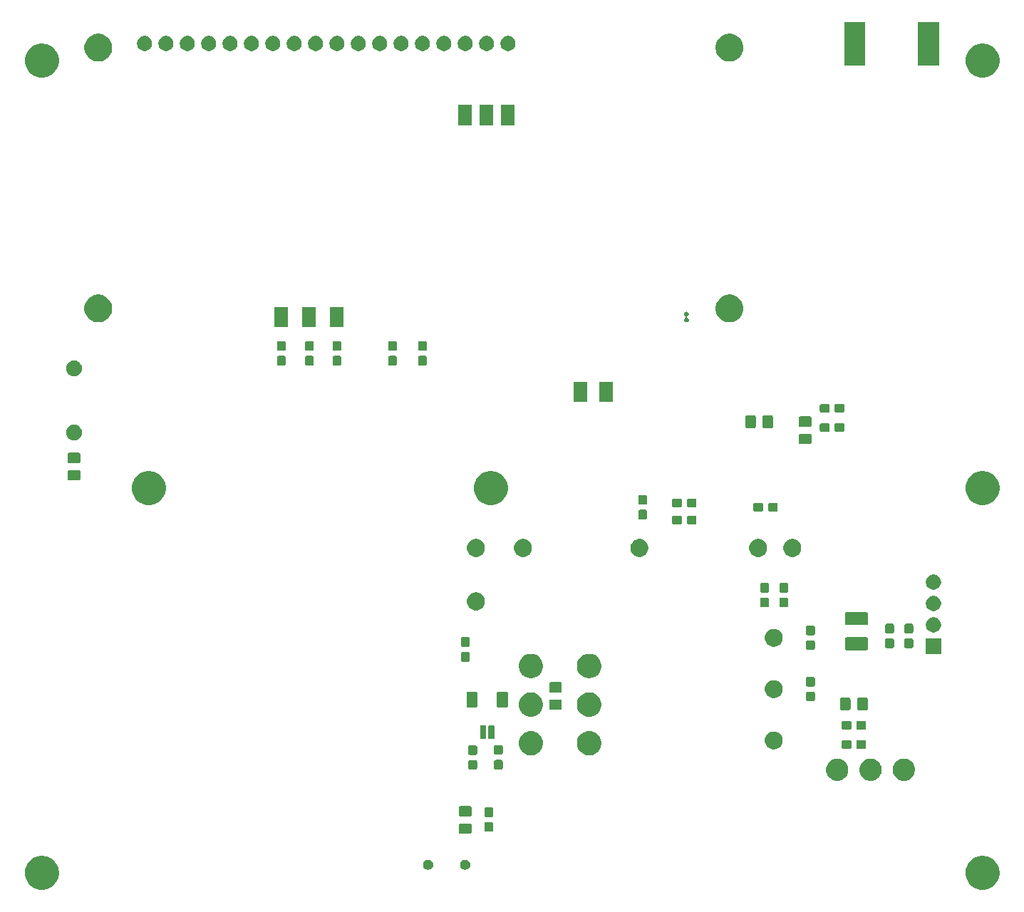
<source format=gbs>
G04 #@! TF.GenerationSoftware,KiCad,Pcbnew,(5.1.5)-2*
G04 #@! TF.CreationDate,2020-03-10T20:30:47-07:00*
G04 #@! TF.ProjectId,pandora,70616e64-6f72-4612-9e6b-696361645f70,A*
G04 #@! TF.SameCoordinates,PX508ae58PY8db4db0*
G04 #@! TF.FileFunction,Soldermask,Bot*
G04 #@! TF.FilePolarity,Negative*
%FSLAX46Y46*%
G04 Gerber Fmt 4.6, Leading zero omitted, Abs format (unit mm)*
G04 Created by KiCad (PCBNEW (5.1.5)-2) date 2020-03-10 20:30:47*
%MOMM*%
%LPD*%
G04 APERTURE LIST*
%ADD10C,0.100000*%
G04 APERTURE END LIST*
D10*
G36*
X117301899Y7060136D02*
G01*
X117432771Y7034104D01*
X117802608Y6880912D01*
X118135452Y6658513D01*
X118418513Y6375452D01*
X118606423Y6094224D01*
X118640913Y6042606D01*
X118794104Y5672770D01*
X118841573Y5434130D01*
X118872200Y5280154D01*
X118872200Y4879846D01*
X118794104Y4487229D01*
X118640912Y4117392D01*
X118418513Y3784548D01*
X118135452Y3501487D01*
X117802608Y3279088D01*
X117432771Y3125896D01*
X117301899Y3099864D01*
X117040156Y3047800D01*
X116639844Y3047800D01*
X116378101Y3099864D01*
X116247229Y3125896D01*
X115877392Y3279088D01*
X115544548Y3501487D01*
X115261487Y3784548D01*
X115039088Y4117392D01*
X114885896Y4487229D01*
X114807800Y4879846D01*
X114807800Y5280154D01*
X114838428Y5434130D01*
X114885896Y5672770D01*
X115039087Y6042606D01*
X115073577Y6094224D01*
X115261487Y6375452D01*
X115544548Y6658513D01*
X115877392Y6880912D01*
X116247229Y7034104D01*
X116378101Y7060136D01*
X116639844Y7112200D01*
X117040156Y7112200D01*
X117301899Y7060136D01*
G37*
G36*
X5541899Y7060136D02*
G01*
X5672771Y7034104D01*
X6042608Y6880912D01*
X6375452Y6658513D01*
X6658513Y6375452D01*
X6846423Y6094224D01*
X6880913Y6042606D01*
X7034104Y5672770D01*
X7081573Y5434130D01*
X7112200Y5280154D01*
X7112200Y4879846D01*
X7034104Y4487229D01*
X6880912Y4117392D01*
X6658513Y3784548D01*
X6375452Y3501487D01*
X6042608Y3279088D01*
X5672771Y3125896D01*
X5541899Y3099864D01*
X5280156Y3047800D01*
X4879844Y3047800D01*
X4618101Y3099864D01*
X4487229Y3125896D01*
X4117392Y3279088D01*
X3784548Y3501487D01*
X3501487Y3784548D01*
X3279088Y4117392D01*
X3125896Y4487229D01*
X3047800Y4879846D01*
X3047800Y5280154D01*
X3078428Y5434130D01*
X3125896Y5672770D01*
X3279087Y6042606D01*
X3313577Y6094224D01*
X3501487Y6375452D01*
X3784548Y6658513D01*
X4117392Y6880912D01*
X4487229Y7034104D01*
X4618101Y7060136D01*
X4879844Y7112200D01*
X5280156Y7112200D01*
X5541899Y7060136D01*
G37*
G36*
X51137839Y6612858D02*
G01*
X51247198Y6567560D01*
X51345618Y6501798D01*
X51429318Y6418098D01*
X51495080Y6319678D01*
X51540378Y6210319D01*
X51563470Y6094225D01*
X51563470Y5975855D01*
X51540378Y5859761D01*
X51495080Y5750402D01*
X51429318Y5651982D01*
X51345618Y5568282D01*
X51247198Y5502520D01*
X51137839Y5457222D01*
X51021745Y5434130D01*
X50903375Y5434130D01*
X50787281Y5457222D01*
X50677922Y5502520D01*
X50579502Y5568282D01*
X50495802Y5651982D01*
X50430040Y5750402D01*
X50384742Y5859761D01*
X50361650Y5975855D01*
X50361650Y6094225D01*
X50384742Y6210319D01*
X50430040Y6319678D01*
X50495802Y6418098D01*
X50579502Y6501798D01*
X50677922Y6567560D01*
X50787281Y6612858D01*
X50903375Y6635950D01*
X51021745Y6635950D01*
X51137839Y6612858D01*
G37*
G36*
X55537119Y6612858D02*
G01*
X55646478Y6567560D01*
X55744898Y6501798D01*
X55828598Y6418098D01*
X55894360Y6319678D01*
X55939658Y6210319D01*
X55962750Y6094225D01*
X55962750Y5975855D01*
X55939658Y5859761D01*
X55894360Y5750402D01*
X55828598Y5651982D01*
X55744898Y5568282D01*
X55646478Y5502520D01*
X55537119Y5457222D01*
X55421025Y5434130D01*
X55302655Y5434130D01*
X55186561Y5457222D01*
X55077202Y5502520D01*
X54978782Y5568282D01*
X54895082Y5651982D01*
X54829320Y5750402D01*
X54784022Y5859761D01*
X54760930Y5975855D01*
X54760930Y6094225D01*
X54784022Y6210319D01*
X54829320Y6319678D01*
X54895082Y6418098D01*
X54978782Y6501798D01*
X55077202Y6567560D01*
X55186561Y6612858D01*
X55302655Y6635950D01*
X55421025Y6635950D01*
X55537119Y6612858D01*
G37*
G36*
X55960674Y10943534D02*
G01*
X55998367Y10932100D01*
X56033103Y10913533D01*
X56063548Y10888547D01*
X56088534Y10858102D01*
X56107101Y10823366D01*
X56118535Y10785673D01*
X56123000Y10740338D01*
X56123000Y9903660D01*
X56118535Y9858325D01*
X56107101Y9820632D01*
X56088534Y9785896D01*
X56063548Y9755451D01*
X56033103Y9730465D01*
X55998367Y9711898D01*
X55960674Y9700464D01*
X55915339Y9695999D01*
X54828661Y9695999D01*
X54783326Y9700464D01*
X54745633Y9711898D01*
X54710897Y9730465D01*
X54680452Y9755451D01*
X54655466Y9785896D01*
X54636899Y9820632D01*
X54625465Y9858325D01*
X54621000Y9903660D01*
X54621000Y10740338D01*
X54625465Y10785673D01*
X54636899Y10823366D01*
X54655466Y10858102D01*
X54680452Y10888547D01*
X54710897Y10913533D01*
X54745633Y10932100D01*
X54783326Y10943534D01*
X54828661Y10947999D01*
X55915339Y10947999D01*
X55960674Y10943534D01*
G37*
G36*
X58530499Y11109554D02*
G01*
X58567995Y11098179D01*
X58602554Y11079707D01*
X58632847Y11054846D01*
X58657708Y11024553D01*
X58676180Y10989994D01*
X58687555Y10952498D01*
X58692000Y10907361D01*
X58692000Y10168637D01*
X58687555Y10123500D01*
X58676180Y10086004D01*
X58657708Y10051445D01*
X58632847Y10021152D01*
X58602554Y9996291D01*
X58567995Y9977819D01*
X58530499Y9966444D01*
X58485362Y9961999D01*
X57846638Y9961999D01*
X57801501Y9966444D01*
X57764005Y9977819D01*
X57729446Y9996291D01*
X57699153Y10021152D01*
X57674292Y10051445D01*
X57655820Y10086004D01*
X57644445Y10123500D01*
X57640000Y10168637D01*
X57640000Y10907361D01*
X57644445Y10952498D01*
X57655820Y10989994D01*
X57674292Y11024553D01*
X57699153Y11054846D01*
X57729446Y11079707D01*
X57764005Y11098179D01*
X57801501Y11109554D01*
X57846638Y11113999D01*
X58485362Y11113999D01*
X58530499Y11109554D01*
G37*
G36*
X58530499Y12859554D02*
G01*
X58567995Y12848179D01*
X58602554Y12829707D01*
X58632847Y12804846D01*
X58657708Y12774553D01*
X58676180Y12739994D01*
X58687555Y12702498D01*
X58692000Y12657361D01*
X58692000Y11918637D01*
X58687555Y11873500D01*
X58676180Y11836004D01*
X58657708Y11801445D01*
X58632847Y11771152D01*
X58602554Y11746291D01*
X58567995Y11727819D01*
X58530499Y11716444D01*
X58485362Y11711999D01*
X57846638Y11711999D01*
X57801501Y11716444D01*
X57764005Y11727819D01*
X57729446Y11746291D01*
X57699153Y11771152D01*
X57674292Y11801445D01*
X57655820Y11836004D01*
X57644445Y11873500D01*
X57640000Y11918637D01*
X57640000Y12657361D01*
X57644445Y12702498D01*
X57655820Y12739994D01*
X57674292Y12774553D01*
X57699153Y12804846D01*
X57729446Y12829707D01*
X57764005Y12848179D01*
X57801501Y12859554D01*
X57846638Y12863999D01*
X58485362Y12863999D01*
X58530499Y12859554D01*
G37*
G36*
X55960674Y12993534D02*
G01*
X55998367Y12982100D01*
X56033103Y12963533D01*
X56063548Y12938547D01*
X56088534Y12908102D01*
X56107101Y12873366D01*
X56118535Y12835673D01*
X56123000Y12790338D01*
X56123000Y11953660D01*
X56118535Y11908325D01*
X56107101Y11870632D01*
X56088534Y11835896D01*
X56063548Y11805451D01*
X56033103Y11780465D01*
X55998367Y11761898D01*
X55960674Y11750464D01*
X55915339Y11745999D01*
X54828661Y11745999D01*
X54783326Y11750464D01*
X54745633Y11761898D01*
X54710897Y11780465D01*
X54680452Y11805451D01*
X54655466Y11835896D01*
X54636899Y11870632D01*
X54625465Y11908325D01*
X54621000Y11953660D01*
X54621000Y12790338D01*
X54625465Y12835673D01*
X54636899Y12873366D01*
X54655466Y12908102D01*
X54680452Y12938547D01*
X54710897Y12963533D01*
X54745633Y12982100D01*
X54783326Y12993534D01*
X54828661Y12997999D01*
X55915339Y12997999D01*
X55960674Y12993534D01*
G37*
G36*
X99828914Y18626616D02*
G01*
X99956522Y18601233D01*
X100097348Y18542901D01*
X100196927Y18501654D01*
X100227568Y18481180D01*
X100413289Y18357086D01*
X100597288Y18173087D01*
X100693885Y18028519D01*
X100741856Y17956725D01*
X100783103Y17857146D01*
X100841435Y17716320D01*
X100841435Y17716318D01*
X100886383Y17490353D01*
X100892200Y17461105D01*
X100892200Y17200891D01*
X100841435Y16945676D01*
X100783103Y16804850D01*
X100741856Y16705271D01*
X100741855Y16705270D01*
X100597288Y16488909D01*
X100413289Y16304910D01*
X100268721Y16208313D01*
X100196927Y16160342D01*
X100097348Y16119095D01*
X99956522Y16060763D01*
X99828914Y16035380D01*
X99701309Y16009998D01*
X99441091Y16009998D01*
X99313486Y16035380D01*
X99185878Y16060763D01*
X99045052Y16119095D01*
X98945473Y16160342D01*
X98873679Y16208313D01*
X98729111Y16304910D01*
X98545112Y16488909D01*
X98400545Y16705270D01*
X98400544Y16705271D01*
X98359297Y16804850D01*
X98300965Y16945676D01*
X98250200Y17200891D01*
X98250200Y17461105D01*
X98256018Y17490353D01*
X98300965Y17716318D01*
X98300965Y17716320D01*
X98359297Y17857146D01*
X98400544Y17956725D01*
X98448515Y18028519D01*
X98545112Y18173087D01*
X98729111Y18357086D01*
X98914832Y18481180D01*
X98945473Y18501654D01*
X99045052Y18542901D01*
X99185878Y18601233D01*
X99313486Y18626616D01*
X99441091Y18651998D01*
X99701309Y18651998D01*
X99828914Y18626616D01*
G37*
G36*
X103791314Y18626616D02*
G01*
X103918922Y18601233D01*
X104059748Y18542901D01*
X104159327Y18501654D01*
X104189968Y18481180D01*
X104375689Y18357086D01*
X104559688Y18173087D01*
X104656285Y18028519D01*
X104704256Y17956725D01*
X104745503Y17857146D01*
X104803835Y17716320D01*
X104803835Y17716318D01*
X104848783Y17490353D01*
X104854600Y17461105D01*
X104854600Y17200891D01*
X104803835Y16945676D01*
X104745503Y16804850D01*
X104704256Y16705271D01*
X104704255Y16705270D01*
X104559688Y16488909D01*
X104375689Y16304910D01*
X104231121Y16208313D01*
X104159327Y16160342D01*
X104059748Y16119095D01*
X103918922Y16060763D01*
X103791314Y16035380D01*
X103663709Y16009998D01*
X103403491Y16009998D01*
X103275886Y16035380D01*
X103148278Y16060763D01*
X103007452Y16119095D01*
X102907873Y16160342D01*
X102836079Y16208313D01*
X102691511Y16304910D01*
X102507512Y16488909D01*
X102362945Y16705270D01*
X102362944Y16705271D01*
X102321697Y16804850D01*
X102263365Y16945676D01*
X102212600Y17200891D01*
X102212600Y17461105D01*
X102218418Y17490353D01*
X102263365Y17716318D01*
X102263365Y17716320D01*
X102321697Y17857146D01*
X102362944Y17956725D01*
X102410915Y18028519D01*
X102507512Y18173087D01*
X102691511Y18357086D01*
X102877232Y18481180D01*
X102907873Y18501654D01*
X103007452Y18542901D01*
X103148278Y18601233D01*
X103275886Y18626616D01*
X103403491Y18651998D01*
X103663709Y18651998D01*
X103791314Y18626616D01*
G37*
G36*
X107753714Y18626616D02*
G01*
X107881322Y18601233D01*
X108022148Y18542901D01*
X108121727Y18501654D01*
X108152368Y18481180D01*
X108338089Y18357086D01*
X108522088Y18173087D01*
X108618685Y18028519D01*
X108666656Y17956725D01*
X108707903Y17857146D01*
X108766235Y17716320D01*
X108766235Y17716318D01*
X108811183Y17490353D01*
X108817000Y17461105D01*
X108817000Y17200891D01*
X108766235Y16945676D01*
X108707903Y16804850D01*
X108666656Y16705271D01*
X108666655Y16705270D01*
X108522088Y16488909D01*
X108338089Y16304910D01*
X108193521Y16208313D01*
X108121727Y16160342D01*
X108022148Y16119095D01*
X107881322Y16060763D01*
X107753714Y16035380D01*
X107626109Y16009998D01*
X107365891Y16009998D01*
X107238286Y16035380D01*
X107110678Y16060763D01*
X106969852Y16119095D01*
X106870273Y16160342D01*
X106798479Y16208313D01*
X106653911Y16304910D01*
X106469912Y16488909D01*
X106325345Y16705270D01*
X106325344Y16705271D01*
X106284097Y16804850D01*
X106225765Y16945676D01*
X106175000Y17200891D01*
X106175000Y17461105D01*
X106180818Y17490353D01*
X106225765Y17716318D01*
X106225765Y17716320D01*
X106284097Y17857146D01*
X106325344Y17956725D01*
X106373315Y18028519D01*
X106469912Y18173087D01*
X106653911Y18357086D01*
X106839632Y18481180D01*
X106870273Y18501654D01*
X106969852Y18542901D01*
X107110678Y18601233D01*
X107238286Y18626616D01*
X107365891Y18651998D01*
X107626109Y18651998D01*
X107753714Y18626616D01*
G37*
G36*
X56625499Y18475554D02*
G01*
X56662995Y18464179D01*
X56697554Y18445707D01*
X56727847Y18420846D01*
X56752708Y18390553D01*
X56771180Y18355994D01*
X56782555Y18318498D01*
X56787000Y18273361D01*
X56787000Y17534637D01*
X56782555Y17489500D01*
X56771180Y17452004D01*
X56752708Y17417445D01*
X56727847Y17387152D01*
X56697554Y17362291D01*
X56662995Y17343819D01*
X56625499Y17332444D01*
X56580362Y17327999D01*
X55941638Y17327999D01*
X55896501Y17332444D01*
X55859005Y17343819D01*
X55824446Y17362291D01*
X55794153Y17387152D01*
X55769292Y17417445D01*
X55750820Y17452004D01*
X55739445Y17489500D01*
X55735000Y17534637D01*
X55735000Y18273361D01*
X55739445Y18318498D01*
X55750820Y18355994D01*
X55769292Y18390553D01*
X55794153Y18420846D01*
X55824446Y18445707D01*
X55859005Y18464179D01*
X55896501Y18475554D01*
X55941638Y18479999D01*
X56580362Y18479999D01*
X56625499Y18475554D01*
G37*
G36*
X59673499Y18492555D02*
G01*
X59710995Y18481180D01*
X59745554Y18462708D01*
X59775847Y18437847D01*
X59800708Y18407554D01*
X59819180Y18372995D01*
X59830555Y18335499D01*
X59835000Y18290362D01*
X59835000Y17551638D01*
X59830555Y17506501D01*
X59819180Y17469005D01*
X59800708Y17434446D01*
X59775847Y17404153D01*
X59745554Y17379292D01*
X59710995Y17360820D01*
X59673499Y17349445D01*
X59628362Y17345000D01*
X58989638Y17345000D01*
X58944501Y17349445D01*
X58907005Y17360820D01*
X58872446Y17379292D01*
X58842153Y17404153D01*
X58817292Y17434446D01*
X58798820Y17469005D01*
X58787445Y17506501D01*
X58783000Y17551638D01*
X58783000Y18290362D01*
X58787445Y18335499D01*
X58798820Y18372995D01*
X58817292Y18407554D01*
X58842153Y18437847D01*
X58872446Y18462708D01*
X58907005Y18481180D01*
X58944501Y18492555D01*
X58989638Y18497000D01*
X59628362Y18497000D01*
X59673499Y18492555D01*
G37*
G36*
X63459092Y21885776D02*
G01*
X63598967Y21857953D01*
X63785301Y21780771D01*
X63843745Y21756563D01*
X63862486Y21748800D01*
X64099647Y21590334D01*
X64301336Y21388645D01*
X64459802Y21151484D01*
X64568955Y20887965D01*
X64586119Y20801677D01*
X64618406Y20639362D01*
X64624601Y20608215D01*
X64624601Y20322983D01*
X64568955Y20043233D01*
X64532615Y19955501D01*
X64461993Y19785002D01*
X64459802Y19779714D01*
X64301336Y19542553D01*
X64099647Y19340864D01*
X63862486Y19182398D01*
X63598967Y19073245D01*
X63459092Y19045422D01*
X63319218Y19017599D01*
X63033984Y19017599D01*
X62894110Y19045422D01*
X62754235Y19073245D01*
X62490716Y19182398D01*
X62253555Y19340864D01*
X62051866Y19542553D01*
X61893400Y19779714D01*
X61891210Y19785002D01*
X61820587Y19955501D01*
X61784247Y20043233D01*
X61728601Y20322983D01*
X61728601Y20608215D01*
X61734797Y20639362D01*
X61767083Y20801677D01*
X61784247Y20887965D01*
X61893400Y21151484D01*
X62051866Y21388645D01*
X62253555Y21590334D01*
X62490716Y21748800D01*
X62509458Y21756563D01*
X62567901Y21780771D01*
X62754235Y21857953D01*
X62894110Y21885776D01*
X63033984Y21913599D01*
X63319218Y21913599D01*
X63459092Y21885776D01*
G37*
G36*
X70367892Y21885776D02*
G01*
X70507767Y21857953D01*
X70694101Y21780771D01*
X70752545Y21756563D01*
X70771286Y21748800D01*
X71008447Y21590334D01*
X71210136Y21388645D01*
X71368602Y21151484D01*
X71477755Y20887965D01*
X71494919Y20801677D01*
X71527206Y20639362D01*
X71533401Y20608215D01*
X71533401Y20322983D01*
X71477755Y20043233D01*
X71441415Y19955501D01*
X71370793Y19785002D01*
X71368602Y19779714D01*
X71210136Y19542553D01*
X71008447Y19340864D01*
X70771286Y19182398D01*
X70507767Y19073245D01*
X70367892Y19045422D01*
X70228018Y19017599D01*
X69942784Y19017599D01*
X69802910Y19045422D01*
X69663035Y19073245D01*
X69399516Y19182398D01*
X69162355Y19340864D01*
X68960666Y19542553D01*
X68802200Y19779714D01*
X68800010Y19785002D01*
X68729387Y19955501D01*
X68693047Y20043233D01*
X68637401Y20322983D01*
X68637401Y20608215D01*
X68643597Y20639362D01*
X68675883Y20801677D01*
X68693047Y20887965D01*
X68802200Y21151484D01*
X68960666Y21388645D01*
X69162355Y21590334D01*
X69399516Y21748800D01*
X69418258Y21756563D01*
X69476701Y21780771D01*
X69663035Y21857953D01*
X69802910Y21885776D01*
X69942784Y21913599D01*
X70228018Y21913599D01*
X70367892Y21885776D01*
G37*
G36*
X56625499Y20225554D02*
G01*
X56662995Y20214179D01*
X56697554Y20195707D01*
X56727847Y20170846D01*
X56752708Y20140553D01*
X56771180Y20105994D01*
X56782555Y20068498D01*
X56787000Y20023361D01*
X56787000Y19284637D01*
X56782555Y19239500D01*
X56771180Y19202004D01*
X56752708Y19167445D01*
X56727847Y19137152D01*
X56697554Y19112291D01*
X56662995Y19093819D01*
X56625499Y19082444D01*
X56580362Y19077999D01*
X55941638Y19077999D01*
X55896501Y19082444D01*
X55859005Y19093819D01*
X55824446Y19112291D01*
X55794153Y19137152D01*
X55769292Y19167445D01*
X55750820Y19202004D01*
X55739445Y19239500D01*
X55735000Y19284637D01*
X55735000Y20023361D01*
X55739445Y20068498D01*
X55750820Y20105994D01*
X55769292Y20140553D01*
X55794153Y20170846D01*
X55824446Y20195707D01*
X55859005Y20214179D01*
X55896501Y20225554D01*
X55941638Y20229999D01*
X56580362Y20229999D01*
X56625499Y20225554D01*
G37*
G36*
X59673499Y20242555D02*
G01*
X59710995Y20231180D01*
X59745554Y20212708D01*
X59775847Y20187847D01*
X59800708Y20157554D01*
X59819180Y20122995D01*
X59830555Y20085499D01*
X59835000Y20040362D01*
X59835000Y19301638D01*
X59830555Y19256501D01*
X59819180Y19219005D01*
X59800708Y19184446D01*
X59775847Y19154153D01*
X59745554Y19129292D01*
X59710995Y19110820D01*
X59673499Y19099445D01*
X59628362Y19095000D01*
X58989638Y19095000D01*
X58944501Y19099445D01*
X58907005Y19110820D01*
X58872446Y19129292D01*
X58842153Y19154153D01*
X58817292Y19184446D01*
X58798820Y19219005D01*
X58787445Y19256501D01*
X58783000Y19301638D01*
X58783000Y20040362D01*
X58787445Y20085499D01*
X58798820Y20122995D01*
X58817292Y20157554D01*
X58842153Y20187847D01*
X58872446Y20212708D01*
X58907005Y20231180D01*
X58944501Y20242555D01*
X58989638Y20247000D01*
X59628362Y20247000D01*
X59673499Y20242555D01*
G37*
G36*
X92342232Y21836996D02*
G01*
X92536413Y21756563D01*
X92536415Y21756562D01*
X92711174Y21639792D01*
X92859794Y21491172D01*
X92976564Y21316413D01*
X92976565Y21316411D01*
X93056998Y21122230D01*
X93098001Y20916091D01*
X93098001Y20705907D01*
X93056998Y20499768D01*
X92983771Y20322983D01*
X92976564Y20305585D01*
X92859794Y20130826D01*
X92711174Y19982206D01*
X92536415Y19865436D01*
X92536414Y19865435D01*
X92536413Y19865435D01*
X92342232Y19785002D01*
X92136093Y19743999D01*
X91925909Y19743999D01*
X91719770Y19785002D01*
X91525589Y19865435D01*
X91525588Y19865435D01*
X91525587Y19865436D01*
X91350828Y19982206D01*
X91202208Y20130826D01*
X91085438Y20305585D01*
X91078231Y20322983D01*
X91005004Y20499768D01*
X90964001Y20705907D01*
X90964001Y20916091D01*
X91005004Y21122230D01*
X91085437Y21316411D01*
X91085438Y21316413D01*
X91202208Y21491172D01*
X91350828Y21639792D01*
X91525587Y21756562D01*
X91525589Y21756563D01*
X91719770Y21836996D01*
X91925909Y21877999D01*
X92136093Y21877999D01*
X92342232Y21836996D01*
G37*
G36*
X101089500Y20841555D02*
G01*
X101126996Y20830180D01*
X101161555Y20811708D01*
X101191848Y20786847D01*
X101216709Y20756554D01*
X101235181Y20721995D01*
X101246556Y20684499D01*
X101251001Y20639362D01*
X101251001Y20000638D01*
X101246556Y19955501D01*
X101235181Y19918005D01*
X101216709Y19883446D01*
X101191848Y19853153D01*
X101161555Y19828292D01*
X101126996Y19809820D01*
X101089500Y19798445D01*
X101044363Y19794000D01*
X100305639Y19794000D01*
X100260502Y19798445D01*
X100223006Y19809820D01*
X100188447Y19828292D01*
X100158154Y19853153D01*
X100133293Y19883446D01*
X100114821Y19918005D01*
X100103446Y19955501D01*
X100099001Y20000638D01*
X100099001Y20639362D01*
X100103446Y20684499D01*
X100114821Y20721995D01*
X100133293Y20756554D01*
X100158154Y20786847D01*
X100188447Y20811708D01*
X100223006Y20830180D01*
X100260502Y20841555D01*
X100305639Y20846000D01*
X101044363Y20846000D01*
X101089500Y20841555D01*
G37*
G36*
X102839500Y20841555D02*
G01*
X102876996Y20830180D01*
X102911555Y20811708D01*
X102941848Y20786847D01*
X102966709Y20756554D01*
X102985181Y20721995D01*
X102996556Y20684499D01*
X103001001Y20639362D01*
X103001001Y20000638D01*
X102996556Y19955501D01*
X102985181Y19918005D01*
X102966709Y19883446D01*
X102941848Y19853153D01*
X102911555Y19828292D01*
X102876996Y19809820D01*
X102839500Y19798445D01*
X102794363Y19794000D01*
X102055639Y19794000D01*
X102010502Y19798445D01*
X101973006Y19809820D01*
X101938447Y19828292D01*
X101908154Y19853153D01*
X101883293Y19883446D01*
X101864821Y19918005D01*
X101853446Y19955501D01*
X101849001Y20000638D01*
X101849001Y20639362D01*
X101853446Y20684499D01*
X101864821Y20721995D01*
X101883293Y20756554D01*
X101908154Y20786847D01*
X101938447Y20811708D01*
X101973006Y20830180D01*
X102010502Y20841555D01*
X102055639Y20846000D01*
X102794363Y20846000D01*
X102839500Y20841555D01*
G37*
G36*
X58738929Y22616235D02*
G01*
X58760010Y22609839D01*
X58779446Y22599451D01*
X58796477Y22585475D01*
X58810453Y22568444D01*
X58820841Y22549008D01*
X58827237Y22527927D01*
X58830001Y22499859D01*
X58830001Y21086139D01*
X58827237Y21058071D01*
X58820841Y21036990D01*
X58810453Y21017554D01*
X58796477Y21000523D01*
X58779446Y20986547D01*
X58760010Y20976159D01*
X58738929Y20969763D01*
X58710861Y20966999D01*
X58247141Y20966999D01*
X58219073Y20969763D01*
X58197992Y20976159D01*
X58178556Y20986547D01*
X58161525Y21000523D01*
X58147549Y21017554D01*
X58137161Y21036990D01*
X58130765Y21058071D01*
X58128001Y21086139D01*
X58128001Y22499859D01*
X58130765Y22527927D01*
X58137161Y22549008D01*
X58147549Y22568444D01*
X58161525Y22585475D01*
X58178556Y22599451D01*
X58197992Y22609839D01*
X58219073Y22616235D01*
X58247141Y22618999D01*
X58710861Y22618999D01*
X58738929Y22616235D01*
G37*
G36*
X57738929Y22616235D02*
G01*
X57760010Y22609839D01*
X57779446Y22599451D01*
X57796477Y22585475D01*
X57810453Y22568444D01*
X57820841Y22549008D01*
X57827237Y22527927D01*
X57830001Y22499859D01*
X57830001Y21086139D01*
X57827237Y21058071D01*
X57820841Y21036990D01*
X57810453Y21017554D01*
X57796477Y21000523D01*
X57779446Y20986547D01*
X57760010Y20976159D01*
X57738929Y20969763D01*
X57710861Y20966999D01*
X57247141Y20966999D01*
X57219073Y20969763D01*
X57197992Y20976159D01*
X57178556Y20986547D01*
X57161525Y21000523D01*
X57147549Y21017554D01*
X57137161Y21036990D01*
X57130765Y21058071D01*
X57128001Y21086139D01*
X57128001Y22499859D01*
X57130765Y22527927D01*
X57137161Y22549008D01*
X57147549Y22568444D01*
X57161525Y22585475D01*
X57178556Y22599451D01*
X57197992Y22609839D01*
X57219073Y22616235D01*
X57247141Y22618999D01*
X57710861Y22618999D01*
X57738929Y22616235D01*
G37*
G36*
X101089500Y23127555D02*
G01*
X101126996Y23116180D01*
X101161555Y23097708D01*
X101191848Y23072847D01*
X101216709Y23042554D01*
X101235181Y23007995D01*
X101246556Y22970499D01*
X101251001Y22925362D01*
X101251001Y22286638D01*
X101246556Y22241501D01*
X101235181Y22204005D01*
X101216709Y22169446D01*
X101191848Y22139153D01*
X101161555Y22114292D01*
X101126996Y22095820D01*
X101089500Y22084445D01*
X101044363Y22080000D01*
X100305639Y22080000D01*
X100260502Y22084445D01*
X100223006Y22095820D01*
X100188447Y22114292D01*
X100158154Y22139153D01*
X100133293Y22169446D01*
X100114821Y22204005D01*
X100103446Y22241501D01*
X100099001Y22286638D01*
X100099001Y22925362D01*
X100103446Y22970499D01*
X100114821Y23007995D01*
X100133293Y23042554D01*
X100158154Y23072847D01*
X100188447Y23097708D01*
X100223006Y23116180D01*
X100260502Y23127555D01*
X100305639Y23132000D01*
X101044363Y23132000D01*
X101089500Y23127555D01*
G37*
G36*
X102839500Y23127555D02*
G01*
X102876996Y23116180D01*
X102911555Y23097708D01*
X102941848Y23072847D01*
X102966709Y23042554D01*
X102985181Y23007995D01*
X102996556Y22970499D01*
X103001001Y22925362D01*
X103001001Y22286638D01*
X102996556Y22241501D01*
X102985181Y22204005D01*
X102966709Y22169446D01*
X102941848Y22139153D01*
X102911555Y22114292D01*
X102876996Y22095820D01*
X102839500Y22084445D01*
X102794363Y22080000D01*
X102055639Y22080000D01*
X102010502Y22084445D01*
X101973006Y22095820D01*
X101938447Y22114292D01*
X101908154Y22139153D01*
X101883293Y22169446D01*
X101864821Y22204005D01*
X101853446Y22241501D01*
X101849001Y22286638D01*
X101849001Y22925362D01*
X101853446Y22970499D01*
X101864821Y23007995D01*
X101883293Y23042554D01*
X101908154Y23072847D01*
X101938447Y23097708D01*
X101973006Y23116180D01*
X102010502Y23127555D01*
X102055639Y23132000D01*
X102794363Y23132000D01*
X102839500Y23127555D01*
G37*
G36*
X63419185Y26491114D02*
G01*
X63598967Y26455353D01*
X63862486Y26346200D01*
X64099647Y26187734D01*
X64301336Y25986045D01*
X64459802Y25748884D01*
X64568955Y25485365D01*
X64624601Y25205615D01*
X64624601Y24920383D01*
X64568955Y24640633D01*
X64459802Y24377114D01*
X64301336Y24139953D01*
X64099647Y23938264D01*
X63862486Y23779798D01*
X63598967Y23670645D01*
X63459092Y23642822D01*
X63319218Y23614999D01*
X63033984Y23614999D01*
X62894110Y23642822D01*
X62754235Y23670645D01*
X62490716Y23779798D01*
X62253555Y23938264D01*
X62051866Y24139953D01*
X61893400Y24377114D01*
X61784247Y24640633D01*
X61728601Y24920383D01*
X61728601Y25205615D01*
X61784247Y25485365D01*
X61893400Y25748884D01*
X62051866Y25986045D01*
X62253555Y26187734D01*
X62490716Y26346200D01*
X62754235Y26455353D01*
X62934017Y26491114D01*
X63033984Y26510999D01*
X63319218Y26510999D01*
X63419185Y26491114D01*
G37*
G36*
X70327985Y26491114D02*
G01*
X70507767Y26455353D01*
X70771286Y26346200D01*
X71008447Y26187734D01*
X71210136Y25986045D01*
X71368602Y25748884D01*
X71477755Y25485365D01*
X71533401Y25205615D01*
X71533401Y24920383D01*
X71477755Y24640633D01*
X71368602Y24377114D01*
X71210136Y24139953D01*
X71008447Y23938264D01*
X70771286Y23779798D01*
X70507767Y23670645D01*
X70367892Y23642822D01*
X70228018Y23614999D01*
X69942784Y23614999D01*
X69802910Y23642822D01*
X69663035Y23670645D01*
X69399516Y23779798D01*
X69162355Y23938264D01*
X68960666Y24139953D01*
X68802200Y24377114D01*
X68693047Y24640633D01*
X68637401Y24920383D01*
X68637401Y25205615D01*
X68693047Y25485365D01*
X68802200Y25748884D01*
X68960666Y25986045D01*
X69162355Y26187734D01*
X69399516Y26346200D01*
X69663035Y26455353D01*
X69842817Y26491114D01*
X69942784Y26510999D01*
X70228018Y26510999D01*
X70327985Y26491114D01*
G37*
G36*
X103038675Y25892535D02*
G01*
X103076368Y25881101D01*
X103111104Y25862534D01*
X103141549Y25837548D01*
X103166535Y25807103D01*
X103185102Y25772367D01*
X103196536Y25734674D01*
X103201001Y25689339D01*
X103201001Y24602661D01*
X103196536Y24557326D01*
X103185102Y24519633D01*
X103166535Y24484897D01*
X103141549Y24454452D01*
X103111104Y24429466D01*
X103076368Y24410899D01*
X103038675Y24399465D01*
X102993340Y24395000D01*
X102156662Y24395000D01*
X102111327Y24399465D01*
X102073634Y24410899D01*
X102038898Y24429466D01*
X102008453Y24454452D01*
X101983467Y24484897D01*
X101964900Y24519633D01*
X101953466Y24557326D01*
X101949001Y24602661D01*
X101949001Y25689339D01*
X101953466Y25734674D01*
X101964900Y25772367D01*
X101983467Y25807103D01*
X102008453Y25837548D01*
X102038898Y25862534D01*
X102073634Y25881101D01*
X102111327Y25892535D01*
X102156662Y25897000D01*
X102993340Y25897000D01*
X103038675Y25892535D01*
G37*
G36*
X100988675Y25892535D02*
G01*
X101026368Y25881101D01*
X101061104Y25862534D01*
X101091549Y25837548D01*
X101116535Y25807103D01*
X101135102Y25772367D01*
X101146536Y25734674D01*
X101151001Y25689339D01*
X101151001Y24602661D01*
X101146536Y24557326D01*
X101135102Y24519633D01*
X101116535Y24484897D01*
X101091549Y24454452D01*
X101061104Y24429466D01*
X101026368Y24410899D01*
X100988675Y24399465D01*
X100943340Y24395000D01*
X100106662Y24395000D01*
X100061327Y24399465D01*
X100023634Y24410899D01*
X99988898Y24429466D01*
X99958453Y24454452D01*
X99933467Y24484897D01*
X99914900Y24519633D01*
X99903466Y24557326D01*
X99899001Y24602661D01*
X99899001Y25689339D01*
X99903466Y25734674D01*
X99914900Y25772367D01*
X99933467Y25807103D01*
X99958453Y25837548D01*
X99988898Y25862534D01*
X100023634Y25881101D01*
X100061327Y25892535D01*
X100106662Y25897000D01*
X100943340Y25897000D01*
X100988675Y25892535D01*
G37*
G36*
X66695675Y25675534D02*
G01*
X66733368Y25664100D01*
X66768104Y25645533D01*
X66798549Y25620547D01*
X66823535Y25590102D01*
X66842102Y25555366D01*
X66853536Y25517673D01*
X66858001Y25472338D01*
X66858001Y24635660D01*
X66853536Y24590325D01*
X66842102Y24552632D01*
X66823535Y24517896D01*
X66798549Y24487451D01*
X66768104Y24462465D01*
X66733368Y24443898D01*
X66695675Y24432464D01*
X66650340Y24427999D01*
X65563662Y24427999D01*
X65518327Y24432464D01*
X65480634Y24443898D01*
X65445898Y24462465D01*
X65415453Y24487451D01*
X65390467Y24517896D01*
X65371900Y24552632D01*
X65360466Y24590325D01*
X65356001Y24635660D01*
X65356001Y25472338D01*
X65360466Y25517673D01*
X65371900Y25555366D01*
X65390467Y25590102D01*
X65415453Y25620547D01*
X65445898Y25645533D01*
X65480634Y25664100D01*
X65518327Y25675534D01*
X65563662Y25679999D01*
X66650340Y25679999D01*
X66695675Y25675534D01*
G37*
G36*
X56670243Y26614595D02*
G01*
X56707338Y26603342D01*
X56741516Y26585074D01*
X56771482Y26560480D01*
X56796076Y26530514D01*
X56814344Y26496336D01*
X56825597Y26459241D01*
X56830001Y26414525D01*
X56830001Y24921473D01*
X56825597Y24876757D01*
X56814344Y24839662D01*
X56796076Y24805484D01*
X56771482Y24775518D01*
X56741516Y24750924D01*
X56707338Y24732656D01*
X56670243Y24721403D01*
X56625527Y24716999D01*
X55732475Y24716999D01*
X55687759Y24721403D01*
X55650664Y24732656D01*
X55616486Y24750924D01*
X55586520Y24775518D01*
X55561926Y24805484D01*
X55543658Y24839662D01*
X55532405Y24876757D01*
X55528001Y24921473D01*
X55528001Y26414525D01*
X55532405Y26459241D01*
X55543658Y26496336D01*
X55561926Y26530514D01*
X55586520Y26560480D01*
X55616486Y26585074D01*
X55650664Y26603342D01*
X55687759Y26614595D01*
X55732475Y26618999D01*
X56625527Y26618999D01*
X56670243Y26614595D01*
G37*
G36*
X60270243Y26614595D02*
G01*
X60307338Y26603342D01*
X60341516Y26585074D01*
X60371482Y26560480D01*
X60396076Y26530514D01*
X60414344Y26496336D01*
X60425597Y26459241D01*
X60430001Y26414525D01*
X60430001Y24921473D01*
X60425597Y24876757D01*
X60414344Y24839662D01*
X60396076Y24805484D01*
X60371482Y24775518D01*
X60341516Y24750924D01*
X60307338Y24732656D01*
X60270243Y24721403D01*
X60225527Y24716999D01*
X59332475Y24716999D01*
X59287759Y24721403D01*
X59250664Y24732656D01*
X59216486Y24750924D01*
X59186520Y24775518D01*
X59161926Y24805484D01*
X59143658Y24839662D01*
X59132405Y24876757D01*
X59128001Y24921473D01*
X59128001Y26414525D01*
X59132405Y26459241D01*
X59143658Y26496336D01*
X59161926Y26530514D01*
X59186520Y26560480D01*
X59216486Y26585074D01*
X59250664Y26603342D01*
X59287759Y26614595D01*
X59332475Y26618999D01*
X60225527Y26618999D01*
X60270243Y26614595D01*
G37*
G36*
X96757499Y26603554D02*
G01*
X96794995Y26592179D01*
X96829554Y26573707D01*
X96859847Y26548846D01*
X96884708Y26518553D01*
X96903180Y26483994D01*
X96914555Y26446498D01*
X96919000Y26401361D01*
X96919000Y25662637D01*
X96914555Y25617500D01*
X96903180Y25580004D01*
X96884708Y25545445D01*
X96859847Y25515152D01*
X96829554Y25490291D01*
X96794995Y25471819D01*
X96757499Y25460444D01*
X96712362Y25455999D01*
X96073638Y25455999D01*
X96028501Y25460444D01*
X95991005Y25471819D01*
X95956446Y25490291D01*
X95926153Y25515152D01*
X95901292Y25545445D01*
X95882820Y25580004D01*
X95871445Y25617500D01*
X95867000Y25662637D01*
X95867000Y26401361D01*
X95871445Y26446498D01*
X95882820Y26483994D01*
X95901292Y26518553D01*
X95926153Y26548846D01*
X95956446Y26573707D01*
X95991005Y26592179D01*
X96028501Y26603554D01*
X96073638Y26607999D01*
X96712362Y26607999D01*
X96757499Y26603554D01*
G37*
G36*
X92342232Y27932996D02*
G01*
X92536413Y27852563D01*
X92536415Y27852562D01*
X92711174Y27735792D01*
X92859794Y27587172D01*
X92946220Y27457826D01*
X92976565Y27412411D01*
X93056998Y27218230D01*
X93098001Y27012091D01*
X93098001Y26801907D01*
X93056998Y26595768D01*
X92981924Y26414525D01*
X92976564Y26401585D01*
X92859794Y26226826D01*
X92711174Y26078206D01*
X92536415Y25961436D01*
X92536414Y25961435D01*
X92536413Y25961435D01*
X92342232Y25881002D01*
X92136093Y25839999D01*
X91925909Y25839999D01*
X91719770Y25881002D01*
X91525589Y25961435D01*
X91525588Y25961435D01*
X91525587Y25961436D01*
X91350828Y26078206D01*
X91202208Y26226826D01*
X91085438Y26401585D01*
X91080078Y26414525D01*
X91005004Y26595768D01*
X90964001Y26801907D01*
X90964001Y27012091D01*
X91005004Y27218230D01*
X91085437Y27412411D01*
X91115782Y27457826D01*
X91202208Y27587172D01*
X91350828Y27735792D01*
X91525587Y27852562D01*
X91525589Y27852563D01*
X91719770Y27932996D01*
X91925909Y27973999D01*
X92136093Y27973999D01*
X92342232Y27932996D01*
G37*
G36*
X66695675Y27725534D02*
G01*
X66733368Y27714100D01*
X66768104Y27695533D01*
X66798549Y27670547D01*
X66823535Y27640102D01*
X66842102Y27605366D01*
X66853536Y27567673D01*
X66858001Y27522338D01*
X66858001Y26685660D01*
X66853536Y26640325D01*
X66842102Y26602632D01*
X66823535Y26567896D01*
X66798549Y26537451D01*
X66768104Y26512465D01*
X66733368Y26493898D01*
X66695675Y26482464D01*
X66650340Y26477999D01*
X65563662Y26477999D01*
X65518327Y26482464D01*
X65480634Y26493898D01*
X65445898Y26512465D01*
X65415453Y26537451D01*
X65390467Y26567896D01*
X65371900Y26602632D01*
X65360466Y26640325D01*
X65356001Y26685660D01*
X65356001Y27522338D01*
X65360466Y27567673D01*
X65371900Y27605366D01*
X65390467Y27640102D01*
X65415453Y27670547D01*
X65445898Y27695533D01*
X65480634Y27714100D01*
X65518327Y27725534D01*
X65563662Y27729999D01*
X66650340Y27729999D01*
X66695675Y27725534D01*
G37*
G36*
X96757499Y28353554D02*
G01*
X96794995Y28342179D01*
X96829554Y28323707D01*
X96859847Y28298846D01*
X96884708Y28268553D01*
X96903180Y28233994D01*
X96914555Y28196498D01*
X96919000Y28151361D01*
X96919000Y27412637D01*
X96914555Y27367500D01*
X96903180Y27330004D01*
X96884708Y27295445D01*
X96859847Y27265152D01*
X96829554Y27240291D01*
X96794995Y27221819D01*
X96757499Y27210444D01*
X96712362Y27205999D01*
X96073638Y27205999D01*
X96028501Y27210444D01*
X95991005Y27221819D01*
X95956446Y27240291D01*
X95926153Y27265152D01*
X95901292Y27295445D01*
X95882820Y27330004D01*
X95871445Y27367500D01*
X95867000Y27412637D01*
X95867000Y28151361D01*
X95871445Y28196498D01*
X95882820Y28233994D01*
X95901292Y28268553D01*
X95926153Y28298846D01*
X95956446Y28323707D01*
X95991005Y28342179D01*
X96028501Y28353554D01*
X96073638Y28357999D01*
X96712362Y28357999D01*
X96757499Y28353554D01*
G37*
G36*
X70367892Y31080576D02*
G01*
X70507767Y31052753D01*
X70771286Y30943600D01*
X71008447Y30785134D01*
X71210136Y30583445D01*
X71368602Y30346284D01*
X71477755Y30082765D01*
X71533401Y29803015D01*
X71533401Y29517783D01*
X71477755Y29238033D01*
X71368602Y28974514D01*
X71210136Y28737353D01*
X71008447Y28535664D01*
X70771286Y28377198D01*
X70771285Y28377197D01*
X70771284Y28377197D01*
X70694101Y28345227D01*
X70507767Y28268045D01*
X70372376Y28241114D01*
X70228018Y28212399D01*
X69942784Y28212399D01*
X69798426Y28241114D01*
X69663035Y28268045D01*
X69476701Y28345227D01*
X69399518Y28377197D01*
X69399517Y28377197D01*
X69399516Y28377198D01*
X69162355Y28535664D01*
X68960666Y28737353D01*
X68802200Y28974514D01*
X68693047Y29238033D01*
X68637401Y29517783D01*
X68637401Y29803015D01*
X68693047Y30082765D01*
X68802200Y30346284D01*
X68960666Y30583445D01*
X69162355Y30785134D01*
X69399516Y30943600D01*
X69663035Y31052753D01*
X69802910Y31080576D01*
X69942784Y31108399D01*
X70228018Y31108399D01*
X70367892Y31080576D01*
G37*
G36*
X63459092Y31080576D02*
G01*
X63598967Y31052753D01*
X63862486Y30943600D01*
X64099647Y30785134D01*
X64301336Y30583445D01*
X64459802Y30346284D01*
X64568955Y30082765D01*
X64624601Y29803015D01*
X64624601Y29517783D01*
X64568955Y29238033D01*
X64459802Y28974514D01*
X64301336Y28737353D01*
X64099647Y28535664D01*
X63862486Y28377198D01*
X63862485Y28377197D01*
X63862484Y28377197D01*
X63785301Y28345227D01*
X63598967Y28268045D01*
X63463576Y28241114D01*
X63319218Y28212399D01*
X63033984Y28212399D01*
X62889626Y28241114D01*
X62754235Y28268045D01*
X62567901Y28345227D01*
X62490718Y28377197D01*
X62490717Y28377197D01*
X62490716Y28377198D01*
X62253555Y28535664D01*
X62051866Y28737353D01*
X61893400Y28974514D01*
X61784247Y29238033D01*
X61728601Y29517783D01*
X61728601Y29803015D01*
X61784247Y30082765D01*
X61893400Y30346284D01*
X62051866Y30583445D01*
X62253555Y30785134D01*
X62490716Y30943600D01*
X62754235Y31052753D01*
X62894110Y31080576D01*
X63033984Y31108399D01*
X63319218Y31108399D01*
X63459092Y31080576D01*
G37*
G36*
X55736499Y31319555D02*
G01*
X55773995Y31308180D01*
X55808554Y31289708D01*
X55838847Y31264847D01*
X55863708Y31234554D01*
X55882180Y31199995D01*
X55893555Y31162499D01*
X55898000Y31117362D01*
X55898000Y30378638D01*
X55893555Y30333501D01*
X55882180Y30296005D01*
X55863708Y30261446D01*
X55838847Y30231153D01*
X55808554Y30206292D01*
X55773995Y30187820D01*
X55736499Y30176445D01*
X55691362Y30172000D01*
X55052638Y30172000D01*
X55007501Y30176445D01*
X54970005Y30187820D01*
X54935446Y30206292D01*
X54905153Y30231153D01*
X54880292Y30261446D01*
X54861820Y30296005D01*
X54850445Y30333501D01*
X54846000Y30378638D01*
X54846000Y31117362D01*
X54850445Y31162499D01*
X54861820Y31199995D01*
X54880292Y31234554D01*
X54905153Y31264847D01*
X54935446Y31289708D01*
X54970005Y31308180D01*
X55007501Y31319555D01*
X55052638Y31324000D01*
X55691362Y31324000D01*
X55736499Y31319555D01*
G37*
G36*
X111906002Y31103000D02*
G01*
X110104002Y31103000D01*
X110104002Y32905000D01*
X111906002Y32905000D01*
X111906002Y31103000D01*
G37*
G36*
X103079562Y33053819D02*
G01*
X103114481Y33043226D01*
X103146663Y33026024D01*
X103174873Y33002873D01*
X103198024Y32974663D01*
X103215226Y32942481D01*
X103225819Y32907562D01*
X103230000Y32865105D01*
X103230000Y31723895D01*
X103225819Y31681438D01*
X103215226Y31646519D01*
X103198024Y31614337D01*
X103174873Y31586127D01*
X103146663Y31562976D01*
X103114481Y31545774D01*
X103079562Y31535181D01*
X103037105Y31531000D01*
X100670895Y31531000D01*
X100628438Y31535181D01*
X100593519Y31545774D01*
X100561337Y31562976D01*
X100533127Y31586127D01*
X100509976Y31614337D01*
X100492774Y31646519D01*
X100482181Y31681438D01*
X100478000Y31723895D01*
X100478000Y32865105D01*
X100482181Y32907562D01*
X100492774Y32942481D01*
X100509976Y32974663D01*
X100533127Y33002873D01*
X100561337Y33026024D01*
X100593519Y33043226D01*
X100628438Y33053819D01*
X100670895Y33058000D01*
X103037105Y33058000D01*
X103079562Y33053819D01*
G37*
G36*
X96757499Y32699554D02*
G01*
X96794995Y32688179D01*
X96829554Y32669707D01*
X96859847Y32644846D01*
X96884708Y32614553D01*
X96903180Y32579994D01*
X96914555Y32542498D01*
X96919000Y32497361D01*
X96919000Y31758637D01*
X96914555Y31713500D01*
X96903180Y31676004D01*
X96884708Y31641445D01*
X96859847Y31611152D01*
X96829554Y31586291D01*
X96794995Y31567819D01*
X96757499Y31556444D01*
X96712362Y31551999D01*
X96073638Y31551999D01*
X96028501Y31556444D01*
X95991005Y31567819D01*
X95956446Y31586291D01*
X95926153Y31611152D01*
X95901292Y31641445D01*
X95882820Y31676004D01*
X95871445Y31713500D01*
X95867000Y31758637D01*
X95867000Y32497361D01*
X95871445Y32542498D01*
X95882820Y32579994D01*
X95901292Y32614553D01*
X95926153Y32644846D01*
X95956446Y32669707D01*
X95991005Y32688179D01*
X96028501Y32699554D01*
X96073638Y32703999D01*
X96712362Y32703999D01*
X96757499Y32699554D01*
G37*
G36*
X108441499Y32924553D02*
G01*
X108478995Y32913178D01*
X108513554Y32894706D01*
X108543847Y32869845D01*
X108568708Y32839552D01*
X108587180Y32804993D01*
X108598555Y32767497D01*
X108603000Y32722360D01*
X108603000Y31983636D01*
X108598555Y31938499D01*
X108587180Y31901003D01*
X108568708Y31866444D01*
X108543847Y31836151D01*
X108513554Y31811290D01*
X108478995Y31792818D01*
X108441499Y31781443D01*
X108396362Y31776998D01*
X107757638Y31776998D01*
X107712501Y31781443D01*
X107675005Y31792818D01*
X107640446Y31811290D01*
X107610153Y31836151D01*
X107585292Y31866444D01*
X107566820Y31901003D01*
X107555445Y31938499D01*
X107551000Y31983636D01*
X107551000Y32722360D01*
X107555445Y32767497D01*
X107566820Y32804993D01*
X107585292Y32839552D01*
X107610153Y32869845D01*
X107640446Y32894706D01*
X107675005Y32913178D01*
X107712501Y32924553D01*
X107757638Y32928998D01*
X108396362Y32928998D01*
X108441499Y32924553D01*
G37*
G36*
X106155499Y32924553D02*
G01*
X106192995Y32913178D01*
X106227554Y32894706D01*
X106257847Y32869845D01*
X106282708Y32839552D01*
X106301180Y32804993D01*
X106312555Y32767497D01*
X106317000Y32722360D01*
X106317000Y31983636D01*
X106312555Y31938499D01*
X106301180Y31901003D01*
X106282708Y31866444D01*
X106257847Y31836151D01*
X106227554Y31811290D01*
X106192995Y31792818D01*
X106155499Y31781443D01*
X106110362Y31776998D01*
X105471638Y31776998D01*
X105426501Y31781443D01*
X105389005Y31792818D01*
X105354446Y31811290D01*
X105324153Y31836151D01*
X105299292Y31866444D01*
X105280820Y31901003D01*
X105269445Y31938499D01*
X105265000Y31983636D01*
X105265000Y32722360D01*
X105269445Y32767497D01*
X105280820Y32804993D01*
X105299292Y32839552D01*
X105324153Y32869845D01*
X105354446Y32894706D01*
X105389005Y32913178D01*
X105426501Y32924553D01*
X105471638Y32928998D01*
X106110362Y32928998D01*
X106155499Y32924553D01*
G37*
G36*
X55736499Y33069555D02*
G01*
X55773995Y33058180D01*
X55808554Y33039708D01*
X55838847Y33014847D01*
X55863708Y32984554D01*
X55882180Y32949995D01*
X55893555Y32912499D01*
X55898000Y32867362D01*
X55898000Y32128638D01*
X55893555Y32083501D01*
X55882180Y32046005D01*
X55863708Y32011446D01*
X55838847Y31981153D01*
X55808554Y31956292D01*
X55773995Y31937820D01*
X55736499Y31926445D01*
X55691362Y31922000D01*
X55052638Y31922000D01*
X55007501Y31926445D01*
X54970005Y31937820D01*
X54935446Y31956292D01*
X54905153Y31981153D01*
X54880292Y32011446D01*
X54861820Y32046005D01*
X54850445Y32083501D01*
X54846000Y32128638D01*
X54846000Y32867362D01*
X54850445Y32912499D01*
X54861820Y32949995D01*
X54880292Y32984554D01*
X54905153Y33014847D01*
X54935446Y33039708D01*
X54970005Y33058180D01*
X55007501Y33069555D01*
X55052638Y33074000D01*
X55691362Y33074000D01*
X55736499Y33069555D01*
G37*
G36*
X92342232Y34028996D02*
G01*
X92536413Y33948563D01*
X92536415Y33948562D01*
X92711174Y33831792D01*
X92859794Y33683172D01*
X92964146Y33526998D01*
X92976565Y33508411D01*
X93056998Y33314230D01*
X93098001Y33108091D01*
X93098001Y32897907D01*
X93056998Y32691768D01*
X92976565Y32497587D01*
X92976564Y32497585D01*
X92859794Y32322826D01*
X92711174Y32174206D01*
X92536415Y32057436D01*
X92536414Y32057435D01*
X92536413Y32057435D01*
X92342232Y31977002D01*
X92136093Y31935999D01*
X91925909Y31935999D01*
X91719770Y31977002D01*
X91525589Y32057435D01*
X91525588Y32057435D01*
X91525587Y32057436D01*
X91350828Y32174206D01*
X91202208Y32322826D01*
X91085438Y32497585D01*
X91085437Y32497587D01*
X91005004Y32691768D01*
X90964001Y32897907D01*
X90964001Y33108091D01*
X91005004Y33314230D01*
X91085437Y33508411D01*
X91097856Y33526998D01*
X91202208Y33683172D01*
X91350828Y33831792D01*
X91525587Y33948562D01*
X91525589Y33948563D01*
X91719770Y34028996D01*
X91925909Y34069999D01*
X92136093Y34069999D01*
X92342232Y34028996D01*
G37*
G36*
X96757499Y34449554D02*
G01*
X96794995Y34438179D01*
X96829554Y34419707D01*
X96859847Y34394846D01*
X96884708Y34364553D01*
X96903180Y34329994D01*
X96914555Y34292498D01*
X96919000Y34247361D01*
X96919000Y33508637D01*
X96914555Y33463500D01*
X96903180Y33426004D01*
X96884708Y33391445D01*
X96859847Y33361152D01*
X96829554Y33336291D01*
X96794995Y33317819D01*
X96757499Y33306444D01*
X96712362Y33301999D01*
X96073638Y33301999D01*
X96028501Y33306444D01*
X95991005Y33317819D01*
X95956446Y33336291D01*
X95926153Y33361152D01*
X95901292Y33391445D01*
X95882820Y33426004D01*
X95871445Y33463500D01*
X95867000Y33508637D01*
X95867000Y34247361D01*
X95871445Y34292498D01*
X95882820Y34329994D01*
X95901292Y34364553D01*
X95926153Y34394846D01*
X95956446Y34419707D01*
X95991005Y34438179D01*
X96028501Y34449554D01*
X96073638Y34453999D01*
X96712362Y34453999D01*
X96757499Y34449554D01*
G37*
G36*
X108441499Y34674553D02*
G01*
X108478995Y34663178D01*
X108513554Y34644706D01*
X108543847Y34619845D01*
X108568708Y34589552D01*
X108587180Y34554993D01*
X108598555Y34517497D01*
X108603000Y34472360D01*
X108603000Y33733636D01*
X108598555Y33688499D01*
X108587180Y33651003D01*
X108568708Y33616444D01*
X108543847Y33586151D01*
X108513554Y33561290D01*
X108478995Y33542818D01*
X108441499Y33531443D01*
X108396362Y33526998D01*
X107757638Y33526998D01*
X107712501Y33531443D01*
X107675005Y33542818D01*
X107640446Y33561290D01*
X107610153Y33586151D01*
X107585292Y33616444D01*
X107566820Y33651003D01*
X107555445Y33688499D01*
X107551000Y33733636D01*
X107551000Y34472360D01*
X107555445Y34517497D01*
X107566820Y34554993D01*
X107585292Y34589552D01*
X107610153Y34619845D01*
X107640446Y34644706D01*
X107675005Y34663178D01*
X107712501Y34674553D01*
X107757638Y34678998D01*
X108396362Y34678998D01*
X108441499Y34674553D01*
G37*
G36*
X106155499Y34674553D02*
G01*
X106192995Y34663178D01*
X106227554Y34644706D01*
X106257847Y34619845D01*
X106282708Y34589552D01*
X106301180Y34554993D01*
X106312555Y34517497D01*
X106317000Y34472360D01*
X106317000Y33733636D01*
X106312555Y33688499D01*
X106301180Y33651003D01*
X106282708Y33616444D01*
X106257847Y33586151D01*
X106227554Y33561290D01*
X106192995Y33542818D01*
X106155499Y33531443D01*
X106110362Y33526998D01*
X105471638Y33526998D01*
X105426501Y33531443D01*
X105389005Y33542818D01*
X105354446Y33561290D01*
X105324153Y33586151D01*
X105299292Y33616444D01*
X105280820Y33651003D01*
X105269445Y33688499D01*
X105265000Y33733636D01*
X105265000Y34472360D01*
X105269445Y34517497D01*
X105280820Y34554993D01*
X105299292Y34589552D01*
X105324153Y34619845D01*
X105354446Y34644706D01*
X105389005Y34663178D01*
X105426501Y34674553D01*
X105471638Y34678998D01*
X106110362Y34678998D01*
X106155499Y34674553D01*
G37*
G36*
X111118514Y35440073D02*
G01*
X111267814Y35410376D01*
X111431786Y35342456D01*
X111579356Y35243853D01*
X111704855Y35118354D01*
X111803458Y34970784D01*
X111871378Y34806812D01*
X111888321Y34721631D01*
X111906002Y34632742D01*
X111906002Y34455258D01*
X111904867Y34449554D01*
X111871378Y34281188D01*
X111803458Y34117216D01*
X111704855Y33969646D01*
X111579356Y33844147D01*
X111431786Y33745544D01*
X111267814Y33677624D01*
X111118514Y33647927D01*
X111093744Y33643000D01*
X110916260Y33643000D01*
X110891490Y33647927D01*
X110742190Y33677624D01*
X110578218Y33745544D01*
X110430648Y33844147D01*
X110305149Y33969646D01*
X110206546Y34117216D01*
X110138626Y34281188D01*
X110105137Y34449554D01*
X110104002Y34455258D01*
X110104002Y34632742D01*
X110121683Y34721631D01*
X110138626Y34806812D01*
X110206546Y34970784D01*
X110305149Y35118354D01*
X110430648Y35243853D01*
X110578218Y35342456D01*
X110742190Y35410376D01*
X110891490Y35440073D01*
X110916260Y35445000D01*
X111093744Y35445000D01*
X111118514Y35440073D01*
G37*
G36*
X103079562Y36028819D02*
G01*
X103114481Y36018226D01*
X103146663Y36001024D01*
X103174873Y35977873D01*
X103198024Y35949663D01*
X103215226Y35917481D01*
X103225819Y35882562D01*
X103230000Y35840105D01*
X103230000Y34698895D01*
X103225819Y34656438D01*
X103215226Y34621519D01*
X103198024Y34589337D01*
X103174873Y34561127D01*
X103146663Y34537976D01*
X103114481Y34520774D01*
X103079562Y34510181D01*
X103037105Y34506000D01*
X100670895Y34506000D01*
X100628438Y34510181D01*
X100593519Y34520774D01*
X100561337Y34537976D01*
X100533127Y34561127D01*
X100509976Y34589337D01*
X100492774Y34621519D01*
X100482181Y34656438D01*
X100478000Y34698895D01*
X100478000Y35840105D01*
X100482181Y35882562D01*
X100492774Y35917481D01*
X100509976Y35949663D01*
X100533127Y35977873D01*
X100561337Y36001024D01*
X100593519Y36018226D01*
X100628438Y36028819D01*
X100670895Y36033000D01*
X103037105Y36033000D01*
X103079562Y36028819D01*
G37*
G36*
X111118514Y37980073D02*
G01*
X111267814Y37950376D01*
X111431786Y37882456D01*
X111579356Y37783853D01*
X111704855Y37658354D01*
X111803458Y37510784D01*
X111871378Y37346812D01*
X111906002Y37172741D01*
X111906002Y36995259D01*
X111871378Y36821188D01*
X111803458Y36657216D01*
X111704855Y36509646D01*
X111579356Y36384147D01*
X111431786Y36285544D01*
X111267814Y36217624D01*
X111118514Y36187927D01*
X111093744Y36183000D01*
X110916260Y36183000D01*
X110891490Y36187927D01*
X110742190Y36217624D01*
X110578218Y36285544D01*
X110430648Y36384147D01*
X110305149Y36509646D01*
X110206546Y36657216D01*
X110138626Y36821188D01*
X110104002Y36995259D01*
X110104002Y37172741D01*
X110138626Y37346812D01*
X110206546Y37510784D01*
X110305149Y37658354D01*
X110430648Y37783853D01*
X110578218Y37882456D01*
X110742190Y37950376D01*
X110891490Y37980073D01*
X110916260Y37985000D01*
X111093744Y37985000D01*
X111118514Y37980073D01*
G37*
G36*
X56953231Y38363997D02*
G01*
X57147412Y38283564D01*
X57147414Y38283563D01*
X57322173Y38166793D01*
X57470793Y38018173D01*
X57492958Y37985000D01*
X57587564Y37843412D01*
X57667997Y37649231D01*
X57709000Y37443092D01*
X57709000Y37232908D01*
X57667997Y37026769D01*
X57587564Y36832588D01*
X57587563Y36832586D01*
X57470793Y36657827D01*
X57322173Y36509207D01*
X57147414Y36392437D01*
X57147413Y36392436D01*
X57147412Y36392436D01*
X56953231Y36312003D01*
X56747092Y36271000D01*
X56536908Y36271000D01*
X56330769Y36312003D01*
X56136588Y36392436D01*
X56136587Y36392436D01*
X56136586Y36392437D01*
X55961827Y36509207D01*
X55813207Y36657827D01*
X55696437Y36832586D01*
X55696436Y36832588D01*
X55616003Y37026769D01*
X55575000Y37232908D01*
X55575000Y37443092D01*
X55616003Y37649231D01*
X55696436Y37843412D01*
X55791042Y37985000D01*
X55813207Y38018173D01*
X55961827Y38166793D01*
X56136586Y38283563D01*
X56136588Y38283564D01*
X56330769Y38363997D01*
X56536908Y38405000D01*
X56747092Y38405000D01*
X56953231Y38363997D01*
G37*
G36*
X91303501Y37779554D02*
G01*
X91340997Y37768179D01*
X91375556Y37749707D01*
X91405849Y37724846D01*
X91430710Y37694553D01*
X91449182Y37659994D01*
X91460557Y37622498D01*
X91465002Y37577361D01*
X91465002Y36838637D01*
X91460557Y36793500D01*
X91449182Y36756004D01*
X91430710Y36721445D01*
X91405849Y36691152D01*
X91375556Y36666291D01*
X91340997Y36647819D01*
X91303501Y36636444D01*
X91258364Y36631999D01*
X90619640Y36631999D01*
X90574503Y36636444D01*
X90537007Y36647819D01*
X90502448Y36666291D01*
X90472155Y36691152D01*
X90447294Y36721445D01*
X90428822Y36756004D01*
X90417447Y36793500D01*
X90413002Y36838637D01*
X90413002Y37577361D01*
X90417447Y37622498D01*
X90428822Y37659994D01*
X90447294Y37694553D01*
X90472155Y37724846D01*
X90502448Y37749707D01*
X90537007Y37768179D01*
X90574503Y37779554D01*
X90619640Y37783999D01*
X91258364Y37783999D01*
X91303501Y37779554D01*
G37*
G36*
X93589501Y37779554D02*
G01*
X93626997Y37768179D01*
X93661556Y37749707D01*
X93691849Y37724846D01*
X93716710Y37694553D01*
X93735182Y37659994D01*
X93746557Y37622498D01*
X93751002Y37577361D01*
X93751002Y36838637D01*
X93746557Y36793500D01*
X93735182Y36756004D01*
X93716710Y36721445D01*
X93691849Y36691152D01*
X93661556Y36666291D01*
X93626997Y36647819D01*
X93589501Y36636444D01*
X93544364Y36631999D01*
X92905640Y36631999D01*
X92860503Y36636444D01*
X92823007Y36647819D01*
X92788448Y36666291D01*
X92758155Y36691152D01*
X92733294Y36721445D01*
X92714822Y36756004D01*
X92703447Y36793500D01*
X92699002Y36838637D01*
X92699002Y37577361D01*
X92703447Y37622498D01*
X92714822Y37659994D01*
X92733294Y37694553D01*
X92758155Y37724846D01*
X92788448Y37749707D01*
X92823007Y37768179D01*
X92860503Y37779554D01*
X92905640Y37783999D01*
X93544364Y37783999D01*
X93589501Y37779554D01*
G37*
G36*
X93589501Y39529554D02*
G01*
X93626997Y39518179D01*
X93661556Y39499707D01*
X93691849Y39474846D01*
X93716710Y39444553D01*
X93735182Y39409994D01*
X93746557Y39372498D01*
X93751002Y39327361D01*
X93751002Y38588637D01*
X93746557Y38543500D01*
X93735182Y38506004D01*
X93716710Y38471445D01*
X93691849Y38441152D01*
X93661556Y38416291D01*
X93626997Y38397819D01*
X93589501Y38386444D01*
X93544364Y38381999D01*
X92905640Y38381999D01*
X92860503Y38386444D01*
X92823007Y38397819D01*
X92788448Y38416291D01*
X92758155Y38441152D01*
X92733294Y38471445D01*
X92714822Y38506004D01*
X92703447Y38543500D01*
X92699002Y38588637D01*
X92699002Y39327361D01*
X92703447Y39372498D01*
X92714822Y39409994D01*
X92733294Y39444553D01*
X92758155Y39474846D01*
X92788448Y39499707D01*
X92823007Y39518179D01*
X92860503Y39529554D01*
X92905640Y39533999D01*
X93544364Y39533999D01*
X93589501Y39529554D01*
G37*
G36*
X91303501Y39529554D02*
G01*
X91340997Y39518179D01*
X91375556Y39499707D01*
X91405849Y39474846D01*
X91430710Y39444553D01*
X91449182Y39409994D01*
X91460557Y39372498D01*
X91465002Y39327361D01*
X91465002Y38588637D01*
X91460557Y38543500D01*
X91449182Y38506004D01*
X91430710Y38471445D01*
X91405849Y38441152D01*
X91375556Y38416291D01*
X91340997Y38397819D01*
X91303501Y38386444D01*
X91258364Y38381999D01*
X90619640Y38381999D01*
X90574503Y38386444D01*
X90537007Y38397819D01*
X90502448Y38416291D01*
X90472155Y38441152D01*
X90447294Y38471445D01*
X90428822Y38506004D01*
X90417447Y38543500D01*
X90413002Y38588637D01*
X90413002Y39327361D01*
X90417447Y39372498D01*
X90428822Y39409994D01*
X90447294Y39444553D01*
X90472155Y39474846D01*
X90502448Y39499707D01*
X90537007Y39518179D01*
X90574503Y39529554D01*
X90619640Y39533999D01*
X91258364Y39533999D01*
X91303501Y39529554D01*
G37*
G36*
X111118514Y40520073D02*
G01*
X111267814Y40490376D01*
X111431786Y40422456D01*
X111579356Y40323853D01*
X111704855Y40198354D01*
X111803458Y40050784D01*
X111871378Y39886812D01*
X111901075Y39737512D01*
X111906002Y39712742D01*
X111906002Y39535258D01*
X111904867Y39529554D01*
X111871378Y39361188D01*
X111803458Y39197216D01*
X111704855Y39049646D01*
X111579356Y38924147D01*
X111431786Y38825544D01*
X111267814Y38757624D01*
X111118514Y38727927D01*
X111093744Y38723000D01*
X110916260Y38723000D01*
X110891490Y38727927D01*
X110742190Y38757624D01*
X110578218Y38825544D01*
X110430648Y38924147D01*
X110305149Y39049646D01*
X110206546Y39197216D01*
X110138626Y39361188D01*
X110105137Y39529554D01*
X110104002Y39535258D01*
X110104002Y39712742D01*
X110108929Y39737512D01*
X110138626Y39886812D01*
X110206546Y40050784D01*
X110305149Y40198354D01*
X110430648Y40323853D01*
X110578218Y40422456D01*
X110742190Y40490376D01*
X110891490Y40520073D01*
X110916260Y40525000D01*
X111093744Y40525000D01*
X111118514Y40520073D01*
G37*
G36*
X56953231Y44713997D02*
G01*
X57147412Y44633564D01*
X57147414Y44633563D01*
X57322173Y44516793D01*
X57470793Y44368173D01*
X57587563Y44193414D01*
X57587564Y44193412D01*
X57667997Y43999231D01*
X57709000Y43793092D01*
X57709000Y43582908D01*
X57667997Y43376769D01*
X57587564Y43182588D01*
X57587563Y43182586D01*
X57470793Y43007827D01*
X57322173Y42859207D01*
X57147414Y42742437D01*
X57147413Y42742436D01*
X57147412Y42742436D01*
X56953231Y42662003D01*
X56747092Y42621000D01*
X56536908Y42621000D01*
X56330769Y42662003D01*
X56136588Y42742436D01*
X56136587Y42742436D01*
X56136586Y42742437D01*
X55961827Y42859207D01*
X55813207Y43007827D01*
X55696437Y43182586D01*
X55696436Y43182588D01*
X55616003Y43376769D01*
X55575000Y43582908D01*
X55575000Y43793092D01*
X55616003Y43999231D01*
X55696436Y44193412D01*
X55696437Y44193414D01*
X55813207Y44368173D01*
X55961827Y44516793D01*
X56136586Y44633563D01*
X56136588Y44633564D01*
X56330769Y44713997D01*
X56536908Y44755000D01*
X56747092Y44755000D01*
X56953231Y44713997D01*
G37*
G36*
X76384231Y44713997D02*
G01*
X76578412Y44633564D01*
X76578414Y44633563D01*
X76753173Y44516793D01*
X76901793Y44368173D01*
X77018563Y44193414D01*
X77018564Y44193412D01*
X77098997Y43999231D01*
X77140000Y43793092D01*
X77140000Y43582908D01*
X77098997Y43376769D01*
X77018564Y43182588D01*
X77018563Y43182586D01*
X76901793Y43007827D01*
X76753173Y42859207D01*
X76578414Y42742437D01*
X76578413Y42742436D01*
X76578412Y42742436D01*
X76384231Y42662003D01*
X76178092Y42621000D01*
X75967908Y42621000D01*
X75761769Y42662003D01*
X75567588Y42742436D01*
X75567587Y42742436D01*
X75567586Y42742437D01*
X75392827Y42859207D01*
X75244207Y43007827D01*
X75127437Y43182586D01*
X75127436Y43182588D01*
X75047003Y43376769D01*
X75006000Y43582908D01*
X75006000Y43793092D01*
X75047003Y43999231D01*
X75127436Y44193412D01*
X75127437Y44193414D01*
X75244207Y44368173D01*
X75392827Y44516793D01*
X75567586Y44633563D01*
X75567588Y44633564D01*
X75761769Y44713997D01*
X75967908Y44755000D01*
X76178092Y44755000D01*
X76384231Y44713997D01*
G37*
G36*
X90481231Y44713997D02*
G01*
X90675412Y44633564D01*
X90675414Y44633563D01*
X90850173Y44516793D01*
X90998793Y44368173D01*
X91115563Y44193414D01*
X91115564Y44193412D01*
X91195997Y43999231D01*
X91237000Y43793092D01*
X91237000Y43582908D01*
X91195997Y43376769D01*
X91115564Y43182588D01*
X91115563Y43182586D01*
X90998793Y43007827D01*
X90850173Y42859207D01*
X90675414Y42742437D01*
X90675413Y42742436D01*
X90675412Y42742436D01*
X90481231Y42662003D01*
X90275092Y42621000D01*
X90064908Y42621000D01*
X89858769Y42662003D01*
X89664588Y42742436D01*
X89664587Y42742436D01*
X89664586Y42742437D01*
X89489827Y42859207D01*
X89341207Y43007827D01*
X89224437Y43182586D01*
X89224436Y43182588D01*
X89144003Y43376769D01*
X89103000Y43582908D01*
X89103000Y43793092D01*
X89144003Y43999231D01*
X89224436Y44193412D01*
X89224437Y44193414D01*
X89341207Y44368173D01*
X89489827Y44516793D01*
X89664586Y44633563D01*
X89664588Y44633564D01*
X89858769Y44713997D01*
X90064908Y44755000D01*
X90275092Y44755000D01*
X90481231Y44713997D01*
G37*
G36*
X62541231Y44713997D02*
G01*
X62735412Y44633564D01*
X62735414Y44633563D01*
X62910173Y44516793D01*
X63058793Y44368173D01*
X63175563Y44193414D01*
X63175564Y44193412D01*
X63255997Y43999231D01*
X63297000Y43793092D01*
X63297000Y43582908D01*
X63255997Y43376769D01*
X63175564Y43182588D01*
X63175563Y43182586D01*
X63058793Y43007827D01*
X62910173Y42859207D01*
X62735414Y42742437D01*
X62735413Y42742436D01*
X62735412Y42742436D01*
X62541231Y42662003D01*
X62335092Y42621000D01*
X62124908Y42621000D01*
X61918769Y42662003D01*
X61724588Y42742436D01*
X61724587Y42742436D01*
X61724586Y42742437D01*
X61549827Y42859207D01*
X61401207Y43007827D01*
X61284437Y43182586D01*
X61284436Y43182588D01*
X61204003Y43376769D01*
X61163000Y43582908D01*
X61163000Y43793092D01*
X61204003Y43999231D01*
X61284436Y44193412D01*
X61284437Y44193414D01*
X61401207Y44368173D01*
X61549827Y44516793D01*
X61724586Y44633563D01*
X61724588Y44633564D01*
X61918769Y44713997D01*
X62124908Y44755000D01*
X62335092Y44755000D01*
X62541231Y44713997D01*
G37*
G36*
X94545231Y44713997D02*
G01*
X94739412Y44633564D01*
X94739414Y44633563D01*
X94914173Y44516793D01*
X95062793Y44368173D01*
X95179563Y44193414D01*
X95179564Y44193412D01*
X95259997Y43999231D01*
X95301000Y43793092D01*
X95301000Y43582908D01*
X95259997Y43376769D01*
X95179564Y43182588D01*
X95179563Y43182586D01*
X95062793Y43007827D01*
X94914173Y42859207D01*
X94739414Y42742437D01*
X94739413Y42742436D01*
X94739412Y42742436D01*
X94545231Y42662003D01*
X94339092Y42621000D01*
X94128908Y42621000D01*
X93922769Y42662003D01*
X93728588Y42742436D01*
X93728587Y42742436D01*
X93728586Y42742437D01*
X93553827Y42859207D01*
X93405207Y43007827D01*
X93288437Y43182586D01*
X93288436Y43182588D01*
X93208003Y43376769D01*
X93167000Y43582908D01*
X93167000Y43793092D01*
X93208003Y43999231D01*
X93288436Y44193412D01*
X93288437Y44193414D01*
X93405207Y44368173D01*
X93553827Y44516793D01*
X93728586Y44633563D01*
X93728588Y44633564D01*
X93922769Y44713997D01*
X94128908Y44755000D01*
X94339092Y44755000D01*
X94545231Y44713997D01*
G37*
G36*
X80946499Y47511555D02*
G01*
X80983995Y47500180D01*
X81018554Y47481708D01*
X81048847Y47456847D01*
X81073708Y47426554D01*
X81092180Y47391995D01*
X81103555Y47354499D01*
X81108000Y47309362D01*
X81108000Y46670638D01*
X81103555Y46625501D01*
X81092180Y46588005D01*
X81073708Y46553446D01*
X81048847Y46523153D01*
X81018554Y46498292D01*
X80983995Y46479820D01*
X80946499Y46468445D01*
X80901362Y46464000D01*
X80162638Y46464000D01*
X80117501Y46468445D01*
X80080005Y46479820D01*
X80045446Y46498292D01*
X80015153Y46523153D01*
X79990292Y46553446D01*
X79971820Y46588005D01*
X79960445Y46625501D01*
X79956000Y46670638D01*
X79956000Y47309362D01*
X79960445Y47354499D01*
X79971820Y47391995D01*
X79990292Y47426554D01*
X80015153Y47456847D01*
X80045446Y47481708D01*
X80080005Y47500180D01*
X80117501Y47511555D01*
X80162638Y47516000D01*
X80901362Y47516000D01*
X80946499Y47511555D01*
G37*
G36*
X82696499Y47511555D02*
G01*
X82733995Y47500180D01*
X82768554Y47481708D01*
X82798847Y47456847D01*
X82823708Y47426554D01*
X82842180Y47391995D01*
X82853555Y47354499D01*
X82858000Y47309362D01*
X82858000Y46670638D01*
X82853555Y46625501D01*
X82842180Y46588005D01*
X82823708Y46553446D01*
X82798847Y46523153D01*
X82768554Y46498292D01*
X82733995Y46479820D01*
X82696499Y46468445D01*
X82651362Y46464000D01*
X81912638Y46464000D01*
X81867501Y46468445D01*
X81830005Y46479820D01*
X81795446Y46498292D01*
X81765153Y46523153D01*
X81740292Y46553446D01*
X81721820Y46588005D01*
X81710445Y46625501D01*
X81706000Y46670638D01*
X81706000Y47309362D01*
X81710445Y47354499D01*
X81721820Y47391995D01*
X81740292Y47426554D01*
X81765153Y47456847D01*
X81795446Y47481708D01*
X81830005Y47500180D01*
X81867501Y47511555D01*
X81912638Y47516000D01*
X82651362Y47516000D01*
X82696499Y47511555D01*
G37*
G36*
X76818499Y48210555D02*
G01*
X76855995Y48199180D01*
X76890554Y48180708D01*
X76920847Y48155847D01*
X76945708Y48125554D01*
X76964180Y48090995D01*
X76975555Y48053499D01*
X76980000Y48008362D01*
X76980000Y47269638D01*
X76975555Y47224501D01*
X76964180Y47187005D01*
X76945708Y47152446D01*
X76920847Y47122153D01*
X76890554Y47097292D01*
X76855995Y47078820D01*
X76818499Y47067445D01*
X76773362Y47063000D01*
X76134638Y47063000D01*
X76089501Y47067445D01*
X76052005Y47078820D01*
X76017446Y47097292D01*
X75987153Y47122153D01*
X75962292Y47152446D01*
X75943820Y47187005D01*
X75932445Y47224501D01*
X75928000Y47269638D01*
X75928000Y48008362D01*
X75932445Y48053499D01*
X75943820Y48090995D01*
X75962292Y48125554D01*
X75987153Y48155847D01*
X76017446Y48180708D01*
X76052005Y48199180D01*
X76089501Y48210555D01*
X76134638Y48215000D01*
X76773362Y48215000D01*
X76818499Y48210555D01*
G37*
G36*
X90598499Y49035555D02*
G01*
X90635995Y49024180D01*
X90670554Y49005708D01*
X90700847Y48980847D01*
X90725708Y48950554D01*
X90744180Y48915995D01*
X90755555Y48878499D01*
X90760000Y48833362D01*
X90760000Y48194638D01*
X90755555Y48149501D01*
X90744180Y48112005D01*
X90725708Y48077446D01*
X90700847Y48047153D01*
X90670554Y48022292D01*
X90635995Y48003820D01*
X90598499Y47992445D01*
X90553362Y47988000D01*
X89814638Y47988000D01*
X89769501Y47992445D01*
X89732005Y48003820D01*
X89697446Y48022292D01*
X89667153Y48047153D01*
X89642292Y48077446D01*
X89623820Y48112005D01*
X89612445Y48149501D01*
X89608000Y48194638D01*
X89608000Y48833362D01*
X89612445Y48878499D01*
X89623820Y48915995D01*
X89642292Y48950554D01*
X89667153Y48980847D01*
X89697446Y49005708D01*
X89732005Y49024180D01*
X89769501Y49035555D01*
X89814638Y49040000D01*
X90553362Y49040000D01*
X90598499Y49035555D01*
G37*
G36*
X92348499Y49035555D02*
G01*
X92385995Y49024180D01*
X92420554Y49005708D01*
X92450847Y48980847D01*
X92475708Y48950554D01*
X92494180Y48915995D01*
X92505555Y48878499D01*
X92510000Y48833362D01*
X92510000Y48194638D01*
X92505555Y48149501D01*
X92494180Y48112005D01*
X92475708Y48077446D01*
X92450847Y48047153D01*
X92420554Y48022292D01*
X92385995Y48003820D01*
X92348499Y47992445D01*
X92303362Y47988000D01*
X91564638Y47988000D01*
X91519501Y47992445D01*
X91482005Y48003820D01*
X91447446Y48022292D01*
X91417153Y48047153D01*
X91392292Y48077446D01*
X91373820Y48112005D01*
X91362445Y48149501D01*
X91358000Y48194638D01*
X91358000Y48833362D01*
X91362445Y48878499D01*
X91373820Y48915995D01*
X91392292Y48950554D01*
X91417153Y48980847D01*
X91447446Y49005708D01*
X91482005Y49024180D01*
X91519501Y49035555D01*
X91564638Y49040000D01*
X92303362Y49040000D01*
X92348499Y49035555D01*
G37*
G36*
X80946499Y49543555D02*
G01*
X80983995Y49532180D01*
X81018554Y49513708D01*
X81048847Y49488847D01*
X81073708Y49458554D01*
X81092180Y49423995D01*
X81103555Y49386499D01*
X81108000Y49341362D01*
X81108000Y48702638D01*
X81103555Y48657501D01*
X81092180Y48620005D01*
X81073708Y48585446D01*
X81048847Y48555153D01*
X81018554Y48530292D01*
X80983995Y48511820D01*
X80946499Y48500445D01*
X80901362Y48496000D01*
X80162638Y48496000D01*
X80117501Y48500445D01*
X80080005Y48511820D01*
X80045446Y48530292D01*
X80015153Y48555153D01*
X79990292Y48585446D01*
X79971820Y48620005D01*
X79960445Y48657501D01*
X79956000Y48702638D01*
X79956000Y49341362D01*
X79960445Y49386499D01*
X79971820Y49423995D01*
X79990292Y49458554D01*
X80015153Y49488847D01*
X80045446Y49513708D01*
X80080005Y49532180D01*
X80117501Y49543555D01*
X80162638Y49548000D01*
X80901362Y49548000D01*
X80946499Y49543555D01*
G37*
G36*
X82696499Y49543555D02*
G01*
X82733995Y49532180D01*
X82768554Y49513708D01*
X82798847Y49488847D01*
X82823708Y49458554D01*
X82842180Y49423995D01*
X82853555Y49386499D01*
X82858000Y49341362D01*
X82858000Y48702638D01*
X82853555Y48657501D01*
X82842180Y48620005D01*
X82823708Y48585446D01*
X82798847Y48555153D01*
X82768554Y48530292D01*
X82733995Y48511820D01*
X82696499Y48500445D01*
X82651362Y48496000D01*
X81912638Y48496000D01*
X81867501Y48500445D01*
X81830005Y48511820D01*
X81795446Y48530292D01*
X81765153Y48555153D01*
X81740292Y48585446D01*
X81721820Y48620005D01*
X81710445Y48657501D01*
X81706000Y48702638D01*
X81706000Y49341362D01*
X81710445Y49386499D01*
X81721820Y49423995D01*
X81740292Y49458554D01*
X81765153Y49488847D01*
X81795446Y49513708D01*
X81830005Y49532180D01*
X81867501Y49543555D01*
X81912638Y49548000D01*
X82651362Y49548000D01*
X82696499Y49543555D01*
G37*
G36*
X18241899Y52780136D02*
G01*
X18372771Y52754104D01*
X18742608Y52600912D01*
X19075452Y52378513D01*
X19358513Y52095452D01*
X19546818Y51813633D01*
X19580913Y51762606D01*
X19734104Y51392770D01*
X19812200Y51000156D01*
X19812200Y50599844D01*
X19734104Y50207230D01*
X19582405Y49840995D01*
X19580912Y49837392D01*
X19358513Y49504548D01*
X19075452Y49221487D01*
X18742608Y48999088D01*
X18742607Y48999087D01*
X18742606Y48999087D01*
X18685309Y48975354D01*
X18372771Y48845896D01*
X18241899Y48819864D01*
X17980156Y48767800D01*
X17579844Y48767800D01*
X17318101Y48819864D01*
X17187229Y48845896D01*
X16874691Y48975354D01*
X16817394Y48999087D01*
X16817393Y48999087D01*
X16817392Y48999088D01*
X16484548Y49221487D01*
X16201487Y49504548D01*
X15979088Y49837392D01*
X15977596Y49840995D01*
X15825896Y50207230D01*
X15747800Y50599844D01*
X15747800Y51000156D01*
X15825896Y51392770D01*
X15979087Y51762606D01*
X16013182Y51813633D01*
X16201487Y52095452D01*
X16484548Y52378513D01*
X16817392Y52600912D01*
X17187229Y52754104D01*
X17318101Y52780136D01*
X17579844Y52832200D01*
X17980156Y52832200D01*
X18241899Y52780136D01*
G37*
G36*
X117301899Y52780136D02*
G01*
X117432771Y52754104D01*
X117802608Y52600912D01*
X118135452Y52378513D01*
X118418513Y52095452D01*
X118606818Y51813633D01*
X118640913Y51762606D01*
X118794104Y51392770D01*
X118872200Y51000156D01*
X118872200Y50599844D01*
X118794104Y50207230D01*
X118642405Y49840995D01*
X118640912Y49837392D01*
X118418513Y49504548D01*
X118135452Y49221487D01*
X117802608Y48999088D01*
X117802607Y48999087D01*
X117802606Y48999087D01*
X117745309Y48975354D01*
X117432771Y48845896D01*
X117301899Y48819864D01*
X117040156Y48767800D01*
X116639844Y48767800D01*
X116378101Y48819864D01*
X116247229Y48845896D01*
X115934691Y48975354D01*
X115877394Y48999087D01*
X115877393Y48999087D01*
X115877392Y48999088D01*
X115544548Y49221487D01*
X115261487Y49504548D01*
X115039088Y49837392D01*
X115037596Y49840995D01*
X114885896Y50207230D01*
X114807800Y50599844D01*
X114807800Y51000156D01*
X114885896Y51392770D01*
X115039087Y51762606D01*
X115073182Y51813633D01*
X115261487Y52095452D01*
X115544548Y52378513D01*
X115877392Y52600912D01*
X116247229Y52754104D01*
X116378101Y52780136D01*
X116639844Y52832200D01*
X117040156Y52832200D01*
X117301899Y52780136D01*
G37*
G36*
X58881899Y52780136D02*
G01*
X59012771Y52754104D01*
X59382608Y52600912D01*
X59715452Y52378513D01*
X59998513Y52095452D01*
X60186818Y51813633D01*
X60220913Y51762606D01*
X60374104Y51392770D01*
X60452200Y51000156D01*
X60452200Y50599844D01*
X60374104Y50207230D01*
X60222405Y49840995D01*
X60220912Y49837392D01*
X59998513Y49504548D01*
X59715452Y49221487D01*
X59382608Y48999088D01*
X59382607Y48999087D01*
X59382606Y48999087D01*
X59325309Y48975354D01*
X59012771Y48845896D01*
X58881899Y48819864D01*
X58620156Y48767800D01*
X58219844Y48767800D01*
X57958101Y48819864D01*
X57827229Y48845896D01*
X57514691Y48975354D01*
X57457394Y48999087D01*
X57457393Y48999087D01*
X57457392Y48999088D01*
X57124548Y49221487D01*
X56841487Y49504548D01*
X56619088Y49837392D01*
X56617596Y49840995D01*
X56465896Y50207230D01*
X56387800Y50599844D01*
X56387800Y51000156D01*
X56465896Y51392770D01*
X56619087Y51762606D01*
X56653182Y51813633D01*
X56841487Y52095452D01*
X57124548Y52378513D01*
X57457392Y52600912D01*
X57827229Y52754104D01*
X57958101Y52780136D01*
X58219844Y52832200D01*
X58620156Y52832200D01*
X58881899Y52780136D01*
G37*
G36*
X76818499Y49960555D02*
G01*
X76855995Y49949180D01*
X76890554Y49930708D01*
X76920847Y49905847D01*
X76945708Y49875554D01*
X76964180Y49840995D01*
X76975555Y49803499D01*
X76980000Y49758362D01*
X76980000Y49019638D01*
X76975555Y48974501D01*
X76964180Y48937005D01*
X76945708Y48902446D01*
X76920847Y48872153D01*
X76890554Y48847292D01*
X76855995Y48828820D01*
X76818499Y48817445D01*
X76773362Y48813000D01*
X76134638Y48813000D01*
X76089501Y48817445D01*
X76052005Y48828820D01*
X76017446Y48847292D01*
X75987153Y48872153D01*
X75962292Y48902446D01*
X75943820Y48937005D01*
X75932445Y48974501D01*
X75928000Y49019638D01*
X75928000Y49758362D01*
X75932445Y49803499D01*
X75943820Y49840995D01*
X75962292Y49875554D01*
X75987153Y49905847D01*
X76017446Y49930708D01*
X76052005Y49949180D01*
X76089501Y49960555D01*
X76134638Y49965000D01*
X76773362Y49965000D01*
X76818499Y49960555D01*
G37*
G36*
X9478674Y52936535D02*
G01*
X9516367Y52925101D01*
X9551103Y52906534D01*
X9581548Y52881548D01*
X9606534Y52851103D01*
X9625101Y52816367D01*
X9636535Y52778674D01*
X9641000Y52733339D01*
X9641000Y51896661D01*
X9636535Y51851326D01*
X9625101Y51813633D01*
X9606534Y51778897D01*
X9581548Y51748452D01*
X9551103Y51723466D01*
X9516367Y51704899D01*
X9478674Y51693465D01*
X9433339Y51689000D01*
X8346661Y51689000D01*
X8301326Y51693465D01*
X8263633Y51704899D01*
X8228897Y51723466D01*
X8198452Y51748452D01*
X8173466Y51778897D01*
X8154899Y51813633D01*
X8143465Y51851326D01*
X8139000Y51896661D01*
X8139000Y52733339D01*
X8143465Y52778674D01*
X8154899Y52816367D01*
X8173466Y52851103D01*
X8198452Y52881548D01*
X8228897Y52906534D01*
X8263633Y52925101D01*
X8301326Y52936535D01*
X8346661Y52941000D01*
X9433339Y52941000D01*
X9478674Y52936535D01*
G37*
G36*
X9478674Y54986535D02*
G01*
X9516367Y54975101D01*
X9551103Y54956534D01*
X9581548Y54931548D01*
X9606534Y54901103D01*
X9625101Y54866367D01*
X9636535Y54828674D01*
X9641000Y54783339D01*
X9641000Y53946661D01*
X9636535Y53901326D01*
X9625101Y53863633D01*
X9606534Y53828897D01*
X9581548Y53798452D01*
X9551103Y53773466D01*
X9516367Y53754899D01*
X9478674Y53743465D01*
X9433339Y53739000D01*
X8346661Y53739000D01*
X8301326Y53743465D01*
X8263633Y53754899D01*
X8228897Y53773466D01*
X8198452Y53798452D01*
X8173466Y53828897D01*
X8154899Y53863633D01*
X8143465Y53901326D01*
X8139000Y53946661D01*
X8139000Y54783339D01*
X8143465Y54828674D01*
X8154899Y54866367D01*
X8173466Y54901103D01*
X8198452Y54931548D01*
X8228897Y54956534D01*
X8263633Y54975101D01*
X8301326Y54986535D01*
X8346661Y54991000D01*
X9433339Y54991000D01*
X9478674Y54986535D01*
G37*
G36*
X96346674Y57254535D02*
G01*
X96384367Y57243101D01*
X96419103Y57224534D01*
X96449548Y57199548D01*
X96474534Y57169103D01*
X96493101Y57134367D01*
X96504535Y57096674D01*
X96509000Y57051339D01*
X96509000Y56214661D01*
X96504535Y56169326D01*
X96493101Y56131633D01*
X96474534Y56096897D01*
X96449548Y56066452D01*
X96419103Y56041466D01*
X96384367Y56022899D01*
X96346674Y56011465D01*
X96301339Y56007000D01*
X95214661Y56007000D01*
X95169326Y56011465D01*
X95131633Y56022899D01*
X95096897Y56041466D01*
X95066452Y56066452D01*
X95041466Y56096897D01*
X95022899Y56131633D01*
X95011465Y56169326D01*
X95007000Y56214661D01*
X95007000Y57051339D01*
X95011465Y57096674D01*
X95022899Y57134367D01*
X95041466Y57169103D01*
X95066452Y57199548D01*
X95096897Y57224534D01*
X95131633Y57243101D01*
X95169326Y57254535D01*
X95214661Y57259000D01*
X96301339Y57259000D01*
X96346674Y57254535D01*
G37*
G36*
X9164187Y58307877D02*
G01*
X9323225Y58242001D01*
X9335257Y58237017D01*
X9353216Y58225017D01*
X9489214Y58134146D01*
X9620146Y58003214D01*
X9723018Y57849255D01*
X9793877Y57678187D01*
X9830000Y57496583D01*
X9830000Y57311417D01*
X9793877Y57129813D01*
X9756644Y57039925D01*
X9723017Y56958743D01*
X9620145Y56804785D01*
X9489215Y56673855D01*
X9335257Y56570983D01*
X9335256Y56570982D01*
X9335255Y56570982D01*
X9164187Y56500123D01*
X8982583Y56464000D01*
X8797417Y56464000D01*
X8615813Y56500123D01*
X8444745Y56570982D01*
X8444744Y56570982D01*
X8444743Y56570983D01*
X8290785Y56673855D01*
X8159855Y56804785D01*
X8056983Y56958743D01*
X8023356Y57039925D01*
X7986123Y57129813D01*
X7950000Y57311417D01*
X7950000Y57496583D01*
X7986123Y57678187D01*
X8056982Y57849255D01*
X8159854Y58003214D01*
X8290786Y58134146D01*
X8426784Y58225017D01*
X8444743Y58237017D01*
X8456775Y58242001D01*
X8615813Y58307877D01*
X8797417Y58344000D01*
X8982583Y58344000D01*
X9164187Y58307877D01*
G37*
G36*
X100245500Y58500556D02*
G01*
X100282996Y58489181D01*
X100317555Y58470709D01*
X100347848Y58445848D01*
X100372709Y58415555D01*
X100391181Y58380996D01*
X100402556Y58343500D01*
X100407001Y58298363D01*
X100407001Y57659639D01*
X100402556Y57614502D01*
X100391181Y57577006D01*
X100372709Y57542447D01*
X100347848Y57512154D01*
X100317555Y57487293D01*
X100282996Y57468821D01*
X100245500Y57457446D01*
X100200363Y57453001D01*
X99461639Y57453001D01*
X99416502Y57457446D01*
X99379006Y57468821D01*
X99344447Y57487293D01*
X99314154Y57512154D01*
X99289293Y57542447D01*
X99270821Y57577006D01*
X99259446Y57614502D01*
X99255001Y57659639D01*
X99255001Y58298363D01*
X99259446Y58343500D01*
X99270821Y58380996D01*
X99289293Y58415555D01*
X99314154Y58445848D01*
X99344447Y58470709D01*
X99379006Y58489181D01*
X99416502Y58500556D01*
X99461639Y58505001D01*
X100200363Y58505001D01*
X100245500Y58500556D01*
G37*
G36*
X98495500Y58500556D02*
G01*
X98532996Y58489181D01*
X98567555Y58470709D01*
X98597848Y58445848D01*
X98622709Y58415555D01*
X98641181Y58380996D01*
X98652556Y58343500D01*
X98657001Y58298363D01*
X98657001Y57659639D01*
X98652556Y57614502D01*
X98641181Y57577006D01*
X98622709Y57542447D01*
X98597848Y57512154D01*
X98567555Y57487293D01*
X98532996Y57468821D01*
X98495500Y57457446D01*
X98450363Y57453001D01*
X97711639Y57453001D01*
X97666502Y57457446D01*
X97629006Y57468821D01*
X97594447Y57487293D01*
X97564154Y57512154D01*
X97539293Y57542447D01*
X97520821Y57577006D01*
X97509446Y57614502D01*
X97505001Y57659639D01*
X97505001Y58298363D01*
X97509446Y58343500D01*
X97520821Y58380996D01*
X97539293Y58415555D01*
X97564154Y58445848D01*
X97594447Y58470709D01*
X97629006Y58489181D01*
X97666502Y58500556D01*
X97711639Y58505001D01*
X98450363Y58505001D01*
X98495500Y58500556D01*
G37*
G36*
X89735674Y59420535D02*
G01*
X89773367Y59409101D01*
X89808103Y59390534D01*
X89838548Y59365548D01*
X89863534Y59335103D01*
X89882101Y59300367D01*
X89893535Y59262674D01*
X89898000Y59217339D01*
X89898000Y58130661D01*
X89893535Y58085326D01*
X89882101Y58047633D01*
X89863534Y58012897D01*
X89838548Y57982452D01*
X89808103Y57957466D01*
X89773367Y57938899D01*
X89735674Y57927465D01*
X89690339Y57923000D01*
X88853661Y57923000D01*
X88808326Y57927465D01*
X88770633Y57938899D01*
X88735897Y57957466D01*
X88705452Y57982452D01*
X88680466Y58012897D01*
X88661899Y58047633D01*
X88650465Y58085326D01*
X88646000Y58130661D01*
X88646000Y59217339D01*
X88650465Y59262674D01*
X88661899Y59300367D01*
X88680466Y59335103D01*
X88705452Y59365548D01*
X88735897Y59390534D01*
X88770633Y59409101D01*
X88808326Y59420535D01*
X88853661Y59425000D01*
X89690339Y59425000D01*
X89735674Y59420535D01*
G37*
G36*
X91785674Y59420535D02*
G01*
X91823367Y59409101D01*
X91858103Y59390534D01*
X91888548Y59365548D01*
X91913534Y59335103D01*
X91932101Y59300367D01*
X91943535Y59262674D01*
X91948000Y59217339D01*
X91948000Y58130661D01*
X91943535Y58085326D01*
X91932101Y58047633D01*
X91913534Y58012897D01*
X91888548Y57982452D01*
X91858103Y57957466D01*
X91823367Y57938899D01*
X91785674Y57927465D01*
X91740339Y57923000D01*
X90903661Y57923000D01*
X90858326Y57927465D01*
X90820633Y57938899D01*
X90785897Y57957466D01*
X90755452Y57982452D01*
X90730466Y58012897D01*
X90711899Y58047633D01*
X90700465Y58085326D01*
X90696000Y58130661D01*
X90696000Y59217339D01*
X90700465Y59262674D01*
X90711899Y59300367D01*
X90730466Y59335103D01*
X90755452Y59365548D01*
X90785897Y59390534D01*
X90820633Y59409101D01*
X90858326Y59420535D01*
X90903661Y59425000D01*
X91740339Y59425000D01*
X91785674Y59420535D01*
G37*
G36*
X96346674Y59304535D02*
G01*
X96384367Y59293101D01*
X96419103Y59274534D01*
X96449548Y59249548D01*
X96474534Y59219103D01*
X96493101Y59184367D01*
X96504535Y59146674D01*
X96509000Y59101339D01*
X96509000Y58264661D01*
X96504535Y58219326D01*
X96493101Y58181633D01*
X96474534Y58146897D01*
X96449548Y58116452D01*
X96419103Y58091466D01*
X96384367Y58072899D01*
X96346674Y58061465D01*
X96301339Y58057000D01*
X95214661Y58057000D01*
X95169326Y58061465D01*
X95131633Y58072899D01*
X95096897Y58091466D01*
X95066452Y58116452D01*
X95041466Y58146897D01*
X95022899Y58181633D01*
X95011465Y58219326D01*
X95007000Y58264661D01*
X95007000Y59101339D01*
X95011465Y59146674D01*
X95022899Y59184367D01*
X95041466Y59219103D01*
X95066452Y59249548D01*
X95096897Y59274534D01*
X95131633Y59293101D01*
X95169326Y59304535D01*
X95214661Y59309000D01*
X96301339Y59309000D01*
X96346674Y59304535D01*
G37*
G36*
X98495500Y60786556D02*
G01*
X98532996Y60775181D01*
X98567555Y60756709D01*
X98597848Y60731848D01*
X98622709Y60701555D01*
X98641181Y60666996D01*
X98652556Y60629500D01*
X98657001Y60584363D01*
X98657001Y59945639D01*
X98652556Y59900502D01*
X98641181Y59863006D01*
X98622709Y59828447D01*
X98597848Y59798154D01*
X98567555Y59773293D01*
X98532996Y59754821D01*
X98495500Y59743446D01*
X98450363Y59739001D01*
X97711639Y59739001D01*
X97666502Y59743446D01*
X97629006Y59754821D01*
X97594447Y59773293D01*
X97564154Y59798154D01*
X97539293Y59828447D01*
X97520821Y59863006D01*
X97509446Y59900502D01*
X97505001Y59945639D01*
X97505001Y60584363D01*
X97509446Y60629500D01*
X97520821Y60666996D01*
X97539293Y60701555D01*
X97564154Y60731848D01*
X97594447Y60756709D01*
X97629006Y60775181D01*
X97666502Y60786556D01*
X97711639Y60791001D01*
X98450363Y60791001D01*
X98495500Y60786556D01*
G37*
G36*
X100245500Y60786556D02*
G01*
X100282996Y60775181D01*
X100317555Y60756709D01*
X100347848Y60731848D01*
X100372709Y60701555D01*
X100391181Y60666996D01*
X100402556Y60629500D01*
X100407001Y60584363D01*
X100407001Y59945639D01*
X100402556Y59900502D01*
X100391181Y59863006D01*
X100372709Y59828447D01*
X100347848Y59798154D01*
X100317555Y59773293D01*
X100282996Y59754821D01*
X100245500Y59743446D01*
X100200363Y59739001D01*
X99461639Y59739001D01*
X99416502Y59743446D01*
X99379006Y59754821D01*
X99344447Y59773293D01*
X99314154Y59798154D01*
X99289293Y59828447D01*
X99270821Y59863006D01*
X99259446Y59900502D01*
X99255001Y59945639D01*
X99255001Y60584363D01*
X99259446Y60629500D01*
X99270821Y60666996D01*
X99289293Y60701555D01*
X99314154Y60731848D01*
X99344447Y60756709D01*
X99379006Y60775181D01*
X99416502Y60786556D01*
X99461639Y60791001D01*
X100200363Y60791001D01*
X100245500Y60786556D01*
G37*
G36*
X69889000Y61029000D02*
G01*
X68287000Y61029000D01*
X68287000Y63431000D01*
X69889000Y63431000D01*
X69889000Y61029000D01*
G37*
G36*
X72937000Y61029000D02*
G01*
X71335000Y61029000D01*
X71335000Y63431000D01*
X72937000Y63431000D01*
X72937000Y61029000D01*
G37*
G36*
X9164187Y65927877D02*
G01*
X9335255Y65857018D01*
X9335257Y65857017D01*
X9412758Y65805232D01*
X9489214Y65754146D01*
X9620146Y65623214D01*
X9723018Y65469255D01*
X9793877Y65298187D01*
X9830000Y65116583D01*
X9830000Y64931417D01*
X9793877Y64749813D01*
X9723018Y64578745D01*
X9723017Y64578743D01*
X9620145Y64424785D01*
X9489215Y64293855D01*
X9335257Y64190983D01*
X9335256Y64190982D01*
X9335255Y64190982D01*
X9164187Y64120123D01*
X8982583Y64084000D01*
X8797417Y64084000D01*
X8615813Y64120123D01*
X8444745Y64190982D01*
X8444744Y64190982D01*
X8444743Y64190983D01*
X8290785Y64293855D01*
X8159855Y64424785D01*
X8056983Y64578743D01*
X8056982Y64578745D01*
X7986123Y64749813D01*
X7950000Y64931417D01*
X7950000Y65116583D01*
X7986123Y65298187D01*
X8056982Y65469255D01*
X8159854Y65623214D01*
X8290786Y65754146D01*
X8367242Y65805232D01*
X8444743Y65857017D01*
X8444745Y65857018D01*
X8615813Y65927877D01*
X8797417Y65964000D01*
X8982583Y65964000D01*
X9164187Y65927877D01*
G37*
G36*
X47100499Y66498555D02*
G01*
X47137995Y66487180D01*
X47172554Y66468708D01*
X47202847Y66443847D01*
X47227708Y66413554D01*
X47246180Y66378995D01*
X47257555Y66341499D01*
X47262000Y66296362D01*
X47262000Y65557638D01*
X47257555Y65512501D01*
X47246180Y65475005D01*
X47227708Y65440446D01*
X47202847Y65410153D01*
X47172554Y65385292D01*
X47137995Y65366820D01*
X47100499Y65355445D01*
X47055362Y65351000D01*
X46416638Y65351000D01*
X46371501Y65355445D01*
X46334005Y65366820D01*
X46299446Y65385292D01*
X46269153Y65410153D01*
X46244292Y65440446D01*
X46225820Y65475005D01*
X46214445Y65512501D01*
X46210000Y65557638D01*
X46210000Y66296362D01*
X46214445Y66341499D01*
X46225820Y66378995D01*
X46244292Y66413554D01*
X46269153Y66443847D01*
X46299446Y66468708D01*
X46334005Y66487180D01*
X46371501Y66498555D01*
X46416638Y66503000D01*
X47055362Y66503000D01*
X47100499Y66498555D01*
G37*
G36*
X40496499Y66498555D02*
G01*
X40533995Y66487180D01*
X40568554Y66468708D01*
X40598847Y66443847D01*
X40623708Y66413554D01*
X40642180Y66378995D01*
X40653555Y66341499D01*
X40658000Y66296362D01*
X40658000Y65557638D01*
X40653555Y65512501D01*
X40642180Y65475005D01*
X40623708Y65440446D01*
X40598847Y65410153D01*
X40568554Y65385292D01*
X40533995Y65366820D01*
X40496499Y65355445D01*
X40451362Y65351000D01*
X39812638Y65351000D01*
X39767501Y65355445D01*
X39730005Y65366820D01*
X39695446Y65385292D01*
X39665153Y65410153D01*
X39640292Y65440446D01*
X39621820Y65475005D01*
X39610445Y65512501D01*
X39606000Y65557638D01*
X39606000Y66296362D01*
X39610445Y66341499D01*
X39621820Y66378995D01*
X39640292Y66413554D01*
X39665153Y66443847D01*
X39695446Y66468708D01*
X39730005Y66487180D01*
X39767501Y66498555D01*
X39812638Y66503000D01*
X40451362Y66503000D01*
X40496499Y66498555D01*
G37*
G36*
X50656499Y66498555D02*
G01*
X50693995Y66487180D01*
X50728554Y66468708D01*
X50758847Y66443847D01*
X50783708Y66413554D01*
X50802180Y66378995D01*
X50813555Y66341499D01*
X50818000Y66296362D01*
X50818000Y65557638D01*
X50813555Y65512501D01*
X50802180Y65475005D01*
X50783708Y65440446D01*
X50758847Y65410153D01*
X50728554Y65385292D01*
X50693995Y65366820D01*
X50656499Y65355445D01*
X50611362Y65351000D01*
X49972638Y65351000D01*
X49927501Y65355445D01*
X49890005Y65366820D01*
X49855446Y65385292D01*
X49825153Y65410153D01*
X49800292Y65440446D01*
X49781820Y65475005D01*
X49770445Y65512501D01*
X49766000Y65557638D01*
X49766000Y66296362D01*
X49770445Y66341499D01*
X49781820Y66378995D01*
X49800292Y66413554D01*
X49825153Y66443847D01*
X49855446Y66468708D01*
X49890005Y66487180D01*
X49927501Y66498555D01*
X49972638Y66503000D01*
X50611362Y66503000D01*
X50656499Y66498555D01*
G37*
G36*
X37217500Y66498555D02*
G01*
X37254996Y66487180D01*
X37289555Y66468708D01*
X37319848Y66443847D01*
X37344709Y66413554D01*
X37363181Y66378995D01*
X37374556Y66341499D01*
X37379001Y66296362D01*
X37379001Y65557638D01*
X37374556Y65512501D01*
X37363181Y65475005D01*
X37344709Y65440446D01*
X37319848Y65410153D01*
X37289555Y65385292D01*
X37254996Y65366820D01*
X37217500Y65355445D01*
X37172363Y65351000D01*
X36533639Y65351000D01*
X36488502Y65355445D01*
X36451006Y65366820D01*
X36416447Y65385292D01*
X36386154Y65410153D01*
X36361293Y65440446D01*
X36342821Y65475005D01*
X36331446Y65512501D01*
X36327001Y65557638D01*
X36327001Y66296362D01*
X36331446Y66341499D01*
X36342821Y66378995D01*
X36361293Y66413554D01*
X36386154Y66443847D01*
X36416447Y66468708D01*
X36451006Y66487180D01*
X36488502Y66498555D01*
X36533639Y66503000D01*
X37172363Y66503000D01*
X37217500Y66498555D01*
G37*
G36*
X33892499Y66498555D02*
G01*
X33929995Y66487180D01*
X33964554Y66468708D01*
X33994847Y66443847D01*
X34019708Y66413554D01*
X34038180Y66378995D01*
X34049555Y66341499D01*
X34054000Y66296362D01*
X34054000Y65557638D01*
X34049555Y65512501D01*
X34038180Y65475005D01*
X34019708Y65440446D01*
X33994847Y65410153D01*
X33964554Y65385292D01*
X33929995Y65366820D01*
X33892499Y65355445D01*
X33847362Y65351000D01*
X33208638Y65351000D01*
X33163501Y65355445D01*
X33126005Y65366820D01*
X33091446Y65385292D01*
X33061153Y65410153D01*
X33036292Y65440446D01*
X33017820Y65475005D01*
X33006445Y65512501D01*
X33002000Y65557638D01*
X33002000Y66296362D01*
X33006445Y66341499D01*
X33017820Y66378995D01*
X33036292Y66413554D01*
X33061153Y66443847D01*
X33091446Y66468708D01*
X33126005Y66487180D01*
X33163501Y66498555D01*
X33208638Y66503000D01*
X33847362Y66503000D01*
X33892499Y66498555D01*
G37*
G36*
X37217500Y68248555D02*
G01*
X37254996Y68237180D01*
X37289555Y68218708D01*
X37319848Y68193847D01*
X37344709Y68163554D01*
X37363181Y68128995D01*
X37374556Y68091499D01*
X37379001Y68046362D01*
X37379001Y67307638D01*
X37374556Y67262501D01*
X37363181Y67225005D01*
X37344709Y67190446D01*
X37319848Y67160153D01*
X37289555Y67135292D01*
X37254996Y67116820D01*
X37217500Y67105445D01*
X37172363Y67101000D01*
X36533639Y67101000D01*
X36488502Y67105445D01*
X36451006Y67116820D01*
X36416447Y67135292D01*
X36386154Y67160153D01*
X36361293Y67190446D01*
X36342821Y67225005D01*
X36331446Y67262501D01*
X36327001Y67307638D01*
X36327001Y68046362D01*
X36331446Y68091499D01*
X36342821Y68128995D01*
X36361293Y68163554D01*
X36386154Y68193847D01*
X36416447Y68218708D01*
X36451006Y68237180D01*
X36488502Y68248555D01*
X36533639Y68253000D01*
X37172363Y68253000D01*
X37217500Y68248555D01*
G37*
G36*
X40496499Y68248555D02*
G01*
X40533995Y68237180D01*
X40568554Y68218708D01*
X40598847Y68193847D01*
X40623708Y68163554D01*
X40642180Y68128995D01*
X40653555Y68091499D01*
X40658000Y68046362D01*
X40658000Y67307638D01*
X40653555Y67262501D01*
X40642180Y67225005D01*
X40623708Y67190446D01*
X40598847Y67160153D01*
X40568554Y67135292D01*
X40533995Y67116820D01*
X40496499Y67105445D01*
X40451362Y67101000D01*
X39812638Y67101000D01*
X39767501Y67105445D01*
X39730005Y67116820D01*
X39695446Y67135292D01*
X39665153Y67160153D01*
X39640292Y67190446D01*
X39621820Y67225005D01*
X39610445Y67262501D01*
X39606000Y67307638D01*
X39606000Y68046362D01*
X39610445Y68091499D01*
X39621820Y68128995D01*
X39640292Y68163554D01*
X39665153Y68193847D01*
X39695446Y68218708D01*
X39730005Y68237180D01*
X39767501Y68248555D01*
X39812638Y68253000D01*
X40451362Y68253000D01*
X40496499Y68248555D01*
G37*
G36*
X33892499Y68248555D02*
G01*
X33929995Y68237180D01*
X33964554Y68218708D01*
X33994847Y68193847D01*
X34019708Y68163554D01*
X34038180Y68128995D01*
X34049555Y68091499D01*
X34054000Y68046362D01*
X34054000Y67307638D01*
X34049555Y67262501D01*
X34038180Y67225005D01*
X34019708Y67190446D01*
X33994847Y67160153D01*
X33964554Y67135292D01*
X33929995Y67116820D01*
X33892499Y67105445D01*
X33847362Y67101000D01*
X33208638Y67101000D01*
X33163501Y67105445D01*
X33126005Y67116820D01*
X33091446Y67135292D01*
X33061153Y67160153D01*
X33036292Y67190446D01*
X33017820Y67225005D01*
X33006445Y67262501D01*
X33002000Y67307638D01*
X33002000Y68046362D01*
X33006445Y68091499D01*
X33017820Y68128995D01*
X33036292Y68163554D01*
X33061153Y68193847D01*
X33091446Y68218708D01*
X33126005Y68237180D01*
X33163501Y68248555D01*
X33208638Y68253000D01*
X33847362Y68253000D01*
X33892499Y68248555D01*
G37*
G36*
X50656499Y68248555D02*
G01*
X50693995Y68237180D01*
X50728554Y68218708D01*
X50758847Y68193847D01*
X50783708Y68163554D01*
X50802180Y68128995D01*
X50813555Y68091499D01*
X50818000Y68046362D01*
X50818000Y67307638D01*
X50813555Y67262501D01*
X50802180Y67225005D01*
X50783708Y67190446D01*
X50758847Y67160153D01*
X50728554Y67135292D01*
X50693995Y67116820D01*
X50656499Y67105445D01*
X50611362Y67101000D01*
X49972638Y67101000D01*
X49927501Y67105445D01*
X49890005Y67116820D01*
X49855446Y67135292D01*
X49825153Y67160153D01*
X49800292Y67190446D01*
X49781820Y67225005D01*
X49770445Y67262501D01*
X49766000Y67307638D01*
X49766000Y68046362D01*
X49770445Y68091499D01*
X49781820Y68128995D01*
X49800292Y68163554D01*
X49825153Y68193847D01*
X49855446Y68218708D01*
X49890005Y68237180D01*
X49927501Y68248555D01*
X49972638Y68253000D01*
X50611362Y68253000D01*
X50656499Y68248555D01*
G37*
G36*
X47100499Y68248555D02*
G01*
X47137995Y68237180D01*
X47172554Y68218708D01*
X47202847Y68193847D01*
X47227708Y68163554D01*
X47246180Y68128995D01*
X47257555Y68091499D01*
X47262000Y68046362D01*
X47262000Y67307638D01*
X47257555Y67262501D01*
X47246180Y67225005D01*
X47227708Y67190446D01*
X47202847Y67160153D01*
X47172554Y67135292D01*
X47137995Y67116820D01*
X47100499Y67105445D01*
X47055362Y67101000D01*
X46416638Y67101000D01*
X46371501Y67105445D01*
X46334005Y67116820D01*
X46299446Y67135292D01*
X46269153Y67160153D01*
X46244292Y67190446D01*
X46225820Y67225005D01*
X46214445Y67262501D01*
X46210000Y67307638D01*
X46210000Y68046362D01*
X46214445Y68091499D01*
X46225820Y68128995D01*
X46244292Y68163554D01*
X46269153Y68193847D01*
X46299446Y68218708D01*
X46334005Y68237180D01*
X46371501Y68248555D01*
X46416638Y68253000D01*
X47055362Y68253000D01*
X47100499Y68248555D01*
G37*
G36*
X40933000Y69919000D02*
G01*
X39331000Y69919000D01*
X39331000Y72321000D01*
X40933000Y72321000D01*
X40933000Y69919000D01*
G37*
G36*
X37631000Y69919000D02*
G01*
X36029000Y69919000D01*
X36029000Y72321000D01*
X37631000Y72321000D01*
X37631000Y69919000D01*
G37*
G36*
X34329000Y69919000D02*
G01*
X32727000Y69919000D01*
X32727000Y72321000D01*
X34329000Y72321000D01*
X34329000Y69919000D01*
G37*
G36*
X12147256Y73740702D02*
G01*
X12253579Y73719553D01*
X12554042Y73595097D01*
X12824451Y73414415D01*
X13054415Y73184451D01*
X13235097Y72914042D01*
X13359553Y72613579D01*
X13423000Y72294609D01*
X13423000Y71969391D01*
X13359553Y71650421D01*
X13235097Y71349958D01*
X13054415Y71079549D01*
X12824451Y70849585D01*
X12554042Y70668903D01*
X12253579Y70544447D01*
X12147256Y70523298D01*
X11934611Y70481000D01*
X11609389Y70481000D01*
X11396744Y70523298D01*
X11290421Y70544447D01*
X10989958Y70668903D01*
X10719549Y70849585D01*
X10489585Y71079549D01*
X10308903Y71349958D01*
X10184447Y71650421D01*
X10121000Y71969391D01*
X10121000Y72294609D01*
X10184447Y72613579D01*
X10308903Y72914042D01*
X10489585Y73184451D01*
X10719549Y73414415D01*
X10989958Y73595097D01*
X11290421Y73719553D01*
X11396744Y73740702D01*
X11609389Y73783000D01*
X11934611Y73783000D01*
X12147256Y73740702D01*
G37*
G36*
X87147256Y73740702D02*
G01*
X87253579Y73719553D01*
X87554042Y73595097D01*
X87824451Y73414415D01*
X88054415Y73184451D01*
X88235097Y72914042D01*
X88359553Y72613579D01*
X88423000Y72294609D01*
X88423000Y71969391D01*
X88359553Y71650421D01*
X88235097Y71349958D01*
X88054415Y71079549D01*
X87824451Y70849585D01*
X87554042Y70668903D01*
X87253579Y70544447D01*
X87147256Y70523298D01*
X86934611Y70481000D01*
X86609389Y70481000D01*
X86396744Y70523298D01*
X86290421Y70544447D01*
X85989958Y70668903D01*
X85719549Y70849585D01*
X85489585Y71079549D01*
X85308903Y71349958D01*
X85184447Y71650421D01*
X85121000Y71969391D01*
X85121000Y72294609D01*
X85184447Y72613579D01*
X85308903Y72914042D01*
X85489585Y73184451D01*
X85719549Y73414415D01*
X85989958Y73595097D01*
X86290421Y73719553D01*
X86396744Y73740702D01*
X86609389Y73783000D01*
X86934611Y73783000D01*
X87147256Y73740702D01*
G37*
G36*
X81742556Y71744456D02*
G01*
X81793439Y71723379D01*
X81793440Y71723378D01*
X81839235Y71692780D01*
X81878180Y71653835D01*
X81898625Y71623236D01*
X81908779Y71608039D01*
X81929856Y71557156D01*
X81940600Y71503140D01*
X81940600Y71448060D01*
X81929856Y71394044D01*
X81908779Y71343161D01*
X81908778Y71343160D01*
X81878180Y71297365D01*
X81839235Y71258420D01*
X81826493Y71249907D01*
X81787621Y71223933D01*
X81768679Y71208387D01*
X81753134Y71189446D01*
X81741583Y71167835D01*
X81734470Y71144386D01*
X81732068Y71120000D01*
X81734470Y71095614D01*
X81741583Y71072165D01*
X81753134Y71050554D01*
X81768680Y71031612D01*
X81787621Y71016067D01*
X81826493Y70990093D01*
X81839235Y70981580D01*
X81878180Y70942635D01*
X81898625Y70912036D01*
X81908779Y70896839D01*
X81929856Y70845956D01*
X81940600Y70791940D01*
X81940600Y70736860D01*
X81929856Y70682844D01*
X81908779Y70631961D01*
X81908778Y70631960D01*
X81878180Y70586165D01*
X81839235Y70547220D01*
X81808636Y70526775D01*
X81793439Y70516621D01*
X81742556Y70495544D01*
X81688540Y70484800D01*
X81633460Y70484800D01*
X81579444Y70495544D01*
X81528561Y70516621D01*
X81513364Y70526775D01*
X81482765Y70547220D01*
X81443820Y70586165D01*
X81413222Y70631960D01*
X81413221Y70631961D01*
X81392144Y70682844D01*
X81381400Y70736860D01*
X81381400Y70791940D01*
X81392144Y70845956D01*
X81413221Y70896839D01*
X81423375Y70912036D01*
X81443820Y70942635D01*
X81482765Y70981580D01*
X81495507Y70990093D01*
X81534379Y71016067D01*
X81553321Y71031613D01*
X81568866Y71050554D01*
X81580417Y71072165D01*
X81587530Y71095614D01*
X81589932Y71120000D01*
X81587530Y71144386D01*
X81580417Y71167835D01*
X81568866Y71189446D01*
X81553320Y71208388D01*
X81534379Y71223933D01*
X81495507Y71249907D01*
X81482765Y71258420D01*
X81443820Y71297365D01*
X81413222Y71343160D01*
X81413221Y71343161D01*
X81392144Y71394044D01*
X81381400Y71448060D01*
X81381400Y71503140D01*
X81392144Y71557156D01*
X81413221Y71608039D01*
X81423375Y71623236D01*
X81443820Y71653835D01*
X81482765Y71692780D01*
X81528560Y71723378D01*
X81528561Y71723379D01*
X81579444Y71744456D01*
X81633460Y71755200D01*
X81688540Y71755200D01*
X81742556Y71744456D01*
G37*
G36*
X56173000Y93922000D02*
G01*
X54571000Y93922000D01*
X54571000Y96324000D01*
X56173000Y96324000D01*
X56173000Y93922000D01*
G37*
G36*
X61253000Y93922000D02*
G01*
X59651000Y93922000D01*
X59651000Y96324000D01*
X61253000Y96324000D01*
X61253000Y93922000D01*
G37*
G36*
X58713000Y93922000D02*
G01*
X57111000Y93922000D01*
X57111000Y96324000D01*
X58713000Y96324000D01*
X58713000Y93922000D01*
G37*
G36*
X5541899Y103580136D02*
G01*
X5672771Y103554104D01*
X6042608Y103400912D01*
X6375452Y103178513D01*
X6658513Y102895452D01*
X6880912Y102562608D01*
X7034104Y102192771D01*
X7112200Y101800154D01*
X7112200Y101399846D01*
X7034104Y101007229D01*
X6880912Y100637392D01*
X6658513Y100304548D01*
X6375452Y100021487D01*
X6042608Y99799088D01*
X5672771Y99645896D01*
X5541899Y99619864D01*
X5280156Y99567800D01*
X4879844Y99567800D01*
X4618101Y99619864D01*
X4487229Y99645896D01*
X4117392Y99799088D01*
X3784548Y100021487D01*
X3501487Y100304548D01*
X3279088Y100637392D01*
X3125896Y101007229D01*
X3047800Y101399846D01*
X3047800Y101800154D01*
X3125896Y102192771D01*
X3279088Y102562608D01*
X3501487Y102895452D01*
X3784548Y103178513D01*
X4117392Y103400912D01*
X4487229Y103554104D01*
X4618101Y103580136D01*
X4879844Y103632200D01*
X5280156Y103632200D01*
X5541899Y103580136D01*
G37*
G36*
X117301899Y103580136D02*
G01*
X117432771Y103554104D01*
X117802608Y103400912D01*
X118135452Y103178513D01*
X118418513Y102895452D01*
X118640912Y102562608D01*
X118794104Y102192771D01*
X118872200Y101800154D01*
X118872200Y101399846D01*
X118794104Y101007229D01*
X118640912Y100637392D01*
X118418513Y100304548D01*
X118135452Y100021487D01*
X117802608Y99799088D01*
X117432771Y99645896D01*
X117301899Y99619864D01*
X117040156Y99567800D01*
X116639844Y99567800D01*
X116378101Y99619864D01*
X116247229Y99645896D01*
X115877392Y99799088D01*
X115544548Y100021487D01*
X115261487Y100304548D01*
X115039088Y100637392D01*
X114885896Y101007229D01*
X114807800Y101399846D01*
X114807800Y101800154D01*
X114885896Y102192771D01*
X115039088Y102562608D01*
X115261487Y102895452D01*
X115544548Y103178513D01*
X115877392Y103400912D01*
X116247229Y103554104D01*
X116378101Y103580136D01*
X116639844Y103632200D01*
X117040156Y103632200D01*
X117301899Y103580136D01*
G37*
G36*
X102926000Y100983000D02*
G01*
X100404000Y100983000D01*
X100404000Y106165000D01*
X102926000Y106165000D01*
X102926000Y100983000D01*
G37*
G36*
X111686000Y100983000D02*
G01*
X109164000Y100983000D01*
X109164000Y106165000D01*
X111686000Y106165000D01*
X111686000Y100983000D01*
G37*
G36*
X87147256Y104740702D02*
G01*
X87253579Y104719553D01*
X87554042Y104595097D01*
X87824451Y104414415D01*
X88054415Y104184451D01*
X88235097Y103914042D01*
X88315170Y103720730D01*
X88359553Y103613578D01*
X88423000Y103294611D01*
X88423000Y102969389D01*
X88382493Y102765746D01*
X88359553Y102650421D01*
X88235097Y102349958D01*
X88054415Y102079549D01*
X87824451Y101849585D01*
X87554042Y101668903D01*
X87253579Y101544447D01*
X87147256Y101523298D01*
X86934611Y101481000D01*
X86609389Y101481000D01*
X86396744Y101523298D01*
X86290421Y101544447D01*
X85989958Y101668903D01*
X85719549Y101849585D01*
X85489585Y102079549D01*
X85308903Y102349958D01*
X85184447Y102650421D01*
X85161507Y102765746D01*
X85121000Y102969389D01*
X85121000Y103294611D01*
X85184447Y103613578D01*
X85228831Y103720730D01*
X85308903Y103914042D01*
X85489585Y104184451D01*
X85719549Y104414415D01*
X85989958Y104595097D01*
X86290421Y104719553D01*
X86396744Y104740702D01*
X86609389Y104783000D01*
X86934611Y104783000D01*
X87147256Y104740702D01*
G37*
G36*
X12147256Y104740702D02*
G01*
X12253579Y104719553D01*
X12554042Y104595097D01*
X12824451Y104414415D01*
X13054415Y104184451D01*
X13235097Y103914042D01*
X13315170Y103720730D01*
X13359553Y103613578D01*
X13423000Y103294611D01*
X13423000Y102969389D01*
X13382493Y102765746D01*
X13359553Y102650421D01*
X13235097Y102349958D01*
X13054415Y102079549D01*
X12824451Y101849585D01*
X12554042Y101668903D01*
X12253579Y101544447D01*
X12147256Y101523298D01*
X11934611Y101481000D01*
X11609389Y101481000D01*
X11396744Y101523298D01*
X11290421Y101544447D01*
X10989958Y101668903D01*
X10719549Y101849585D01*
X10489585Y102079549D01*
X10308903Y102349958D01*
X10184447Y102650421D01*
X10161507Y102765746D01*
X10121000Y102969389D01*
X10121000Y103294611D01*
X10184447Y103613578D01*
X10228831Y103720730D01*
X10308903Y103914042D01*
X10489585Y104184451D01*
X10719549Y104414415D01*
X10989958Y104595097D01*
X11290421Y104719553D01*
X11396744Y104740702D01*
X11609389Y104783000D01*
X11934611Y104783000D01*
X12147256Y104740702D01*
G37*
G36*
X30234774Y104498255D02*
G01*
X30398722Y104430345D01*
X30398724Y104430344D01*
X30546274Y104331755D01*
X30671755Y104206274D01*
X30770344Y104058724D01*
X30770345Y104058722D01*
X30838255Y103894774D01*
X30872874Y103720730D01*
X30872874Y103543270D01*
X30838255Y103369226D01*
X30807348Y103294611D01*
X30770344Y103205276D01*
X30671755Y103057726D01*
X30546274Y102932245D01*
X30398724Y102833656D01*
X30398723Y102833655D01*
X30398722Y102833655D01*
X30234774Y102765745D01*
X30060730Y102731126D01*
X29883270Y102731126D01*
X29709226Y102765745D01*
X29545278Y102833655D01*
X29545277Y102833655D01*
X29545276Y102833656D01*
X29397726Y102932245D01*
X29272245Y103057726D01*
X29173656Y103205276D01*
X29136652Y103294611D01*
X29105745Y103369226D01*
X29071126Y103543270D01*
X29071126Y103720730D01*
X29105745Y103894774D01*
X29173655Y104058722D01*
X29173656Y104058724D01*
X29272245Y104206274D01*
X29397726Y104331755D01*
X29545276Y104430344D01*
X29545278Y104430345D01*
X29709226Y104498255D01*
X29883270Y104532874D01*
X30060730Y104532874D01*
X30234774Y104498255D01*
G37*
G36*
X17534774Y104498255D02*
G01*
X17698722Y104430345D01*
X17698724Y104430344D01*
X17846274Y104331755D01*
X17971755Y104206274D01*
X18070344Y104058724D01*
X18070345Y104058722D01*
X18138255Y103894774D01*
X18172874Y103720730D01*
X18172874Y103543270D01*
X18138255Y103369226D01*
X18107348Y103294611D01*
X18070344Y103205276D01*
X17971755Y103057726D01*
X17846274Y102932245D01*
X17698724Y102833656D01*
X17698723Y102833655D01*
X17698722Y102833655D01*
X17534774Y102765745D01*
X17360730Y102731126D01*
X17183270Y102731126D01*
X17009226Y102765745D01*
X16845278Y102833655D01*
X16845277Y102833655D01*
X16845276Y102833656D01*
X16697726Y102932245D01*
X16572245Y103057726D01*
X16473656Y103205276D01*
X16436652Y103294611D01*
X16405745Y103369226D01*
X16371126Y103543270D01*
X16371126Y103720730D01*
X16405745Y103894774D01*
X16473655Y104058722D01*
X16473656Y104058724D01*
X16572245Y104206274D01*
X16697726Y104331755D01*
X16845276Y104430344D01*
X16845278Y104430345D01*
X17009226Y104498255D01*
X17183270Y104532874D01*
X17360730Y104532874D01*
X17534774Y104498255D01*
G37*
G36*
X20074774Y104498255D02*
G01*
X20238722Y104430345D01*
X20238724Y104430344D01*
X20386274Y104331755D01*
X20511755Y104206274D01*
X20610344Y104058724D01*
X20610345Y104058722D01*
X20678255Y103894774D01*
X20712874Y103720730D01*
X20712874Y103543270D01*
X20678255Y103369226D01*
X20647348Y103294611D01*
X20610344Y103205276D01*
X20511755Y103057726D01*
X20386274Y102932245D01*
X20238724Y102833656D01*
X20238723Y102833655D01*
X20238722Y102833655D01*
X20074774Y102765745D01*
X19900730Y102731126D01*
X19723270Y102731126D01*
X19549226Y102765745D01*
X19385278Y102833655D01*
X19385277Y102833655D01*
X19385276Y102833656D01*
X19237726Y102932245D01*
X19112245Y103057726D01*
X19013656Y103205276D01*
X18976652Y103294611D01*
X18945745Y103369226D01*
X18911126Y103543270D01*
X18911126Y103720730D01*
X18945745Y103894774D01*
X19013655Y104058722D01*
X19013656Y104058724D01*
X19112245Y104206274D01*
X19237726Y104331755D01*
X19385276Y104430344D01*
X19385278Y104430345D01*
X19549226Y104498255D01*
X19723270Y104532874D01*
X19900730Y104532874D01*
X20074774Y104498255D01*
G37*
G36*
X60714774Y104498255D02*
G01*
X60878722Y104430345D01*
X60878724Y104430344D01*
X61026274Y104331755D01*
X61151755Y104206274D01*
X61250344Y104058724D01*
X61250345Y104058722D01*
X61318255Y103894774D01*
X61352874Y103720730D01*
X61352874Y103543270D01*
X61318255Y103369226D01*
X61287348Y103294611D01*
X61250344Y103205276D01*
X61151755Y103057726D01*
X61026274Y102932245D01*
X60878724Y102833656D01*
X60878723Y102833655D01*
X60878722Y102833655D01*
X60714774Y102765745D01*
X60540730Y102731126D01*
X60363270Y102731126D01*
X60189226Y102765745D01*
X60025278Y102833655D01*
X60025277Y102833655D01*
X60025276Y102833656D01*
X59877726Y102932245D01*
X59752245Y103057726D01*
X59653656Y103205276D01*
X59616652Y103294611D01*
X59585745Y103369226D01*
X59551126Y103543270D01*
X59551126Y103720730D01*
X59585745Y103894774D01*
X59653655Y104058722D01*
X59653656Y104058724D01*
X59752245Y104206274D01*
X59877726Y104331755D01*
X60025276Y104430344D01*
X60025278Y104430345D01*
X60189226Y104498255D01*
X60363270Y104532874D01*
X60540730Y104532874D01*
X60714774Y104498255D01*
G37*
G36*
X58174774Y104498255D02*
G01*
X58338722Y104430345D01*
X58338724Y104430344D01*
X58486274Y104331755D01*
X58611755Y104206274D01*
X58710344Y104058724D01*
X58710345Y104058722D01*
X58778255Y103894774D01*
X58812874Y103720730D01*
X58812874Y103543270D01*
X58778255Y103369226D01*
X58747348Y103294611D01*
X58710344Y103205276D01*
X58611755Y103057726D01*
X58486274Y102932245D01*
X58338724Y102833656D01*
X58338723Y102833655D01*
X58338722Y102833655D01*
X58174774Y102765745D01*
X58000730Y102731126D01*
X57823270Y102731126D01*
X57649226Y102765745D01*
X57485278Y102833655D01*
X57485277Y102833655D01*
X57485276Y102833656D01*
X57337726Y102932245D01*
X57212245Y103057726D01*
X57113656Y103205276D01*
X57076652Y103294611D01*
X57045745Y103369226D01*
X57011126Y103543270D01*
X57011126Y103720730D01*
X57045745Y103894774D01*
X57113655Y104058722D01*
X57113656Y104058724D01*
X57212245Y104206274D01*
X57337726Y104331755D01*
X57485276Y104430344D01*
X57485278Y104430345D01*
X57649226Y104498255D01*
X57823270Y104532874D01*
X58000730Y104532874D01*
X58174774Y104498255D01*
G37*
G36*
X55634774Y104498255D02*
G01*
X55798722Y104430345D01*
X55798724Y104430344D01*
X55946274Y104331755D01*
X56071755Y104206274D01*
X56170344Y104058724D01*
X56170345Y104058722D01*
X56238255Y103894774D01*
X56272874Y103720730D01*
X56272874Y103543270D01*
X56238255Y103369226D01*
X56207348Y103294611D01*
X56170344Y103205276D01*
X56071755Y103057726D01*
X55946274Y102932245D01*
X55798724Y102833656D01*
X55798723Y102833655D01*
X55798722Y102833655D01*
X55634774Y102765745D01*
X55460730Y102731126D01*
X55283270Y102731126D01*
X55109226Y102765745D01*
X54945278Y102833655D01*
X54945277Y102833655D01*
X54945276Y102833656D01*
X54797726Y102932245D01*
X54672245Y103057726D01*
X54573656Y103205276D01*
X54536652Y103294611D01*
X54505745Y103369226D01*
X54471126Y103543270D01*
X54471126Y103720730D01*
X54505745Y103894774D01*
X54573655Y104058722D01*
X54573656Y104058724D01*
X54672245Y104206274D01*
X54797726Y104331755D01*
X54945276Y104430344D01*
X54945278Y104430345D01*
X55109226Y104498255D01*
X55283270Y104532874D01*
X55460730Y104532874D01*
X55634774Y104498255D01*
G37*
G36*
X53094774Y104498255D02*
G01*
X53258722Y104430345D01*
X53258724Y104430344D01*
X53406274Y104331755D01*
X53531755Y104206274D01*
X53630344Y104058724D01*
X53630345Y104058722D01*
X53698255Y103894774D01*
X53732874Y103720730D01*
X53732874Y103543270D01*
X53698255Y103369226D01*
X53667348Y103294611D01*
X53630344Y103205276D01*
X53531755Y103057726D01*
X53406274Y102932245D01*
X53258724Y102833656D01*
X53258723Y102833655D01*
X53258722Y102833655D01*
X53094774Y102765745D01*
X52920730Y102731126D01*
X52743270Y102731126D01*
X52569226Y102765745D01*
X52405278Y102833655D01*
X52405277Y102833655D01*
X52405276Y102833656D01*
X52257726Y102932245D01*
X52132245Y103057726D01*
X52033656Y103205276D01*
X51996652Y103294611D01*
X51965745Y103369226D01*
X51931126Y103543270D01*
X51931126Y103720730D01*
X51965745Y103894774D01*
X52033655Y104058722D01*
X52033656Y104058724D01*
X52132245Y104206274D01*
X52257726Y104331755D01*
X52405276Y104430344D01*
X52405278Y104430345D01*
X52569226Y104498255D01*
X52743270Y104532874D01*
X52920730Y104532874D01*
X53094774Y104498255D01*
G37*
G36*
X50554774Y104498255D02*
G01*
X50718722Y104430345D01*
X50718724Y104430344D01*
X50866274Y104331755D01*
X50991755Y104206274D01*
X51090344Y104058724D01*
X51090345Y104058722D01*
X51158255Y103894774D01*
X51192874Y103720730D01*
X51192874Y103543270D01*
X51158255Y103369226D01*
X51127348Y103294611D01*
X51090344Y103205276D01*
X50991755Y103057726D01*
X50866274Y102932245D01*
X50718724Y102833656D01*
X50718723Y102833655D01*
X50718722Y102833655D01*
X50554774Y102765745D01*
X50380730Y102731126D01*
X50203270Y102731126D01*
X50029226Y102765745D01*
X49865278Y102833655D01*
X49865277Y102833655D01*
X49865276Y102833656D01*
X49717726Y102932245D01*
X49592245Y103057726D01*
X49493656Y103205276D01*
X49456652Y103294611D01*
X49425745Y103369226D01*
X49391126Y103543270D01*
X49391126Y103720730D01*
X49425745Y103894774D01*
X49493655Y104058722D01*
X49493656Y104058724D01*
X49592245Y104206274D01*
X49717726Y104331755D01*
X49865276Y104430344D01*
X49865278Y104430345D01*
X50029226Y104498255D01*
X50203270Y104532874D01*
X50380730Y104532874D01*
X50554774Y104498255D01*
G37*
G36*
X27694774Y104498255D02*
G01*
X27858722Y104430345D01*
X27858724Y104430344D01*
X28006274Y104331755D01*
X28131755Y104206274D01*
X28230344Y104058724D01*
X28230345Y104058722D01*
X28298255Y103894774D01*
X28332874Y103720730D01*
X28332874Y103543270D01*
X28298255Y103369226D01*
X28267348Y103294611D01*
X28230344Y103205276D01*
X28131755Y103057726D01*
X28006274Y102932245D01*
X27858724Y102833656D01*
X27858723Y102833655D01*
X27858722Y102833655D01*
X27694774Y102765745D01*
X27520730Y102731126D01*
X27343270Y102731126D01*
X27169226Y102765745D01*
X27005278Y102833655D01*
X27005277Y102833655D01*
X27005276Y102833656D01*
X26857726Y102932245D01*
X26732245Y103057726D01*
X26633656Y103205276D01*
X26596652Y103294611D01*
X26565745Y103369226D01*
X26531126Y103543270D01*
X26531126Y103720730D01*
X26565745Y103894774D01*
X26633655Y104058722D01*
X26633656Y104058724D01*
X26732245Y104206274D01*
X26857726Y104331755D01*
X27005276Y104430344D01*
X27005278Y104430345D01*
X27169226Y104498255D01*
X27343270Y104532874D01*
X27520730Y104532874D01*
X27694774Y104498255D01*
G37*
G36*
X45474774Y104498255D02*
G01*
X45638722Y104430345D01*
X45638724Y104430344D01*
X45786274Y104331755D01*
X45911755Y104206274D01*
X46010344Y104058724D01*
X46010345Y104058722D01*
X46078255Y103894774D01*
X46112874Y103720730D01*
X46112874Y103543270D01*
X46078255Y103369226D01*
X46047348Y103294611D01*
X46010344Y103205276D01*
X45911755Y103057726D01*
X45786274Y102932245D01*
X45638724Y102833656D01*
X45638723Y102833655D01*
X45638722Y102833655D01*
X45474774Y102765745D01*
X45300730Y102731126D01*
X45123270Y102731126D01*
X44949226Y102765745D01*
X44785278Y102833655D01*
X44785277Y102833655D01*
X44785276Y102833656D01*
X44637726Y102932245D01*
X44512245Y103057726D01*
X44413656Y103205276D01*
X44376652Y103294611D01*
X44345745Y103369226D01*
X44311126Y103543270D01*
X44311126Y103720730D01*
X44345745Y103894774D01*
X44413655Y104058722D01*
X44413656Y104058724D01*
X44512245Y104206274D01*
X44637726Y104331755D01*
X44785276Y104430344D01*
X44785278Y104430345D01*
X44949226Y104498255D01*
X45123270Y104532874D01*
X45300730Y104532874D01*
X45474774Y104498255D01*
G37*
G36*
X42934774Y104498255D02*
G01*
X43098722Y104430345D01*
X43098724Y104430344D01*
X43246274Y104331755D01*
X43371755Y104206274D01*
X43470344Y104058724D01*
X43470345Y104058722D01*
X43538255Y103894774D01*
X43572874Y103720730D01*
X43572874Y103543270D01*
X43538255Y103369226D01*
X43507348Y103294611D01*
X43470344Y103205276D01*
X43371755Y103057726D01*
X43246274Y102932245D01*
X43098724Y102833656D01*
X43098723Y102833655D01*
X43098722Y102833655D01*
X42934774Y102765745D01*
X42760730Y102731126D01*
X42583270Y102731126D01*
X42409226Y102765745D01*
X42245278Y102833655D01*
X42245277Y102833655D01*
X42245276Y102833656D01*
X42097726Y102932245D01*
X41972245Y103057726D01*
X41873656Y103205276D01*
X41836652Y103294611D01*
X41805745Y103369226D01*
X41771126Y103543270D01*
X41771126Y103720730D01*
X41805745Y103894774D01*
X41873655Y104058722D01*
X41873656Y104058724D01*
X41972245Y104206274D01*
X42097726Y104331755D01*
X42245276Y104430344D01*
X42245278Y104430345D01*
X42409226Y104498255D01*
X42583270Y104532874D01*
X42760730Y104532874D01*
X42934774Y104498255D01*
G37*
G36*
X22614774Y104498255D02*
G01*
X22778722Y104430345D01*
X22778724Y104430344D01*
X22926274Y104331755D01*
X23051755Y104206274D01*
X23150344Y104058724D01*
X23150345Y104058722D01*
X23218255Y103894774D01*
X23252874Y103720730D01*
X23252874Y103543270D01*
X23218255Y103369226D01*
X23187348Y103294611D01*
X23150344Y103205276D01*
X23051755Y103057726D01*
X22926274Y102932245D01*
X22778724Y102833656D01*
X22778723Y102833655D01*
X22778722Y102833655D01*
X22614774Y102765745D01*
X22440730Y102731126D01*
X22263270Y102731126D01*
X22089226Y102765745D01*
X21925278Y102833655D01*
X21925277Y102833655D01*
X21925276Y102833656D01*
X21777726Y102932245D01*
X21652245Y103057726D01*
X21553656Y103205276D01*
X21516652Y103294611D01*
X21485745Y103369226D01*
X21451126Y103543270D01*
X21451126Y103720730D01*
X21485745Y103894774D01*
X21553655Y104058722D01*
X21553656Y104058724D01*
X21652245Y104206274D01*
X21777726Y104331755D01*
X21925276Y104430344D01*
X21925278Y104430345D01*
X22089226Y104498255D01*
X22263270Y104532874D01*
X22440730Y104532874D01*
X22614774Y104498255D01*
G37*
G36*
X40394774Y104498255D02*
G01*
X40558722Y104430345D01*
X40558724Y104430344D01*
X40706274Y104331755D01*
X40831755Y104206274D01*
X40930344Y104058724D01*
X40930345Y104058722D01*
X40998255Y103894774D01*
X41032874Y103720730D01*
X41032874Y103543270D01*
X40998255Y103369226D01*
X40967348Y103294611D01*
X40930344Y103205276D01*
X40831755Y103057726D01*
X40706274Y102932245D01*
X40558724Y102833656D01*
X40558723Y102833655D01*
X40558722Y102833655D01*
X40394774Y102765745D01*
X40220730Y102731126D01*
X40043270Y102731126D01*
X39869226Y102765745D01*
X39705278Y102833655D01*
X39705277Y102833655D01*
X39705276Y102833656D01*
X39557726Y102932245D01*
X39432245Y103057726D01*
X39333656Y103205276D01*
X39296652Y103294611D01*
X39265745Y103369226D01*
X39231126Y103543270D01*
X39231126Y103720730D01*
X39265745Y103894774D01*
X39333655Y104058722D01*
X39333656Y104058724D01*
X39432245Y104206274D01*
X39557726Y104331755D01*
X39705276Y104430344D01*
X39705278Y104430345D01*
X39869226Y104498255D01*
X40043270Y104532874D01*
X40220730Y104532874D01*
X40394774Y104498255D01*
G37*
G36*
X25154774Y104498255D02*
G01*
X25318722Y104430345D01*
X25318724Y104430344D01*
X25466274Y104331755D01*
X25591755Y104206274D01*
X25690344Y104058724D01*
X25690345Y104058722D01*
X25758255Y103894774D01*
X25792874Y103720730D01*
X25792874Y103543270D01*
X25758255Y103369226D01*
X25727348Y103294611D01*
X25690344Y103205276D01*
X25591755Y103057726D01*
X25466274Y102932245D01*
X25318724Y102833656D01*
X25318723Y102833655D01*
X25318722Y102833655D01*
X25154774Y102765745D01*
X24980730Y102731126D01*
X24803270Y102731126D01*
X24629226Y102765745D01*
X24465278Y102833655D01*
X24465277Y102833655D01*
X24465276Y102833656D01*
X24317726Y102932245D01*
X24192245Y103057726D01*
X24093656Y103205276D01*
X24056652Y103294611D01*
X24025745Y103369226D01*
X23991126Y103543270D01*
X23991126Y103720730D01*
X24025745Y103894774D01*
X24093655Y104058722D01*
X24093656Y104058724D01*
X24192245Y104206274D01*
X24317726Y104331755D01*
X24465276Y104430344D01*
X24465278Y104430345D01*
X24629226Y104498255D01*
X24803270Y104532874D01*
X24980730Y104532874D01*
X25154774Y104498255D01*
G37*
G36*
X37854774Y104498255D02*
G01*
X38018722Y104430345D01*
X38018724Y104430344D01*
X38166274Y104331755D01*
X38291755Y104206274D01*
X38390344Y104058724D01*
X38390345Y104058722D01*
X38458255Y103894774D01*
X38492874Y103720730D01*
X38492874Y103543270D01*
X38458255Y103369226D01*
X38427348Y103294611D01*
X38390344Y103205276D01*
X38291755Y103057726D01*
X38166274Y102932245D01*
X38018724Y102833656D01*
X38018723Y102833655D01*
X38018722Y102833655D01*
X37854774Y102765745D01*
X37680730Y102731126D01*
X37503270Y102731126D01*
X37329226Y102765745D01*
X37165278Y102833655D01*
X37165277Y102833655D01*
X37165276Y102833656D01*
X37017726Y102932245D01*
X36892245Y103057726D01*
X36793656Y103205276D01*
X36756652Y103294611D01*
X36725745Y103369226D01*
X36691126Y103543270D01*
X36691126Y103720730D01*
X36725745Y103894774D01*
X36793655Y104058722D01*
X36793656Y104058724D01*
X36892245Y104206274D01*
X37017726Y104331755D01*
X37165276Y104430344D01*
X37165278Y104430345D01*
X37329226Y104498255D01*
X37503270Y104532874D01*
X37680730Y104532874D01*
X37854774Y104498255D01*
G37*
G36*
X35314774Y104498255D02*
G01*
X35478722Y104430345D01*
X35478724Y104430344D01*
X35626274Y104331755D01*
X35751755Y104206274D01*
X35850344Y104058724D01*
X35850345Y104058722D01*
X35918255Y103894774D01*
X35952874Y103720730D01*
X35952874Y103543270D01*
X35918255Y103369226D01*
X35887348Y103294611D01*
X35850344Y103205276D01*
X35751755Y103057726D01*
X35626274Y102932245D01*
X35478724Y102833656D01*
X35478723Y102833655D01*
X35478722Y102833655D01*
X35314774Y102765745D01*
X35140730Y102731126D01*
X34963270Y102731126D01*
X34789226Y102765745D01*
X34625278Y102833655D01*
X34625277Y102833655D01*
X34625276Y102833656D01*
X34477726Y102932245D01*
X34352245Y103057726D01*
X34253656Y103205276D01*
X34216652Y103294611D01*
X34185745Y103369226D01*
X34151126Y103543270D01*
X34151126Y103720730D01*
X34185745Y103894774D01*
X34253655Y104058722D01*
X34253656Y104058724D01*
X34352245Y104206274D01*
X34477726Y104331755D01*
X34625276Y104430344D01*
X34625278Y104430345D01*
X34789226Y104498255D01*
X34963270Y104532874D01*
X35140730Y104532874D01*
X35314774Y104498255D01*
G37*
G36*
X32774774Y104498255D02*
G01*
X32938722Y104430345D01*
X32938724Y104430344D01*
X33086274Y104331755D01*
X33211755Y104206274D01*
X33310344Y104058724D01*
X33310345Y104058722D01*
X33378255Y103894774D01*
X33412874Y103720730D01*
X33412874Y103543270D01*
X33378255Y103369226D01*
X33347348Y103294611D01*
X33310344Y103205276D01*
X33211755Y103057726D01*
X33086274Y102932245D01*
X32938724Y102833656D01*
X32938723Y102833655D01*
X32938722Y102833655D01*
X32774774Y102765745D01*
X32600730Y102731126D01*
X32423270Y102731126D01*
X32249226Y102765745D01*
X32085278Y102833655D01*
X32085277Y102833655D01*
X32085276Y102833656D01*
X31937726Y102932245D01*
X31812245Y103057726D01*
X31713656Y103205276D01*
X31676652Y103294611D01*
X31645745Y103369226D01*
X31611126Y103543270D01*
X31611126Y103720730D01*
X31645745Y103894774D01*
X31713655Y104058722D01*
X31713656Y104058724D01*
X31812245Y104206274D01*
X31937726Y104331755D01*
X32085276Y104430344D01*
X32085278Y104430345D01*
X32249226Y104498255D01*
X32423270Y104532874D01*
X32600730Y104532874D01*
X32774774Y104498255D01*
G37*
G36*
X48014774Y104498255D02*
G01*
X48178722Y104430345D01*
X48178724Y104430344D01*
X48326274Y104331755D01*
X48451755Y104206274D01*
X48550344Y104058724D01*
X48550345Y104058722D01*
X48618255Y103894774D01*
X48652874Y103720730D01*
X48652874Y103543270D01*
X48618255Y103369226D01*
X48587348Y103294611D01*
X48550344Y103205276D01*
X48451755Y103057726D01*
X48326274Y102932245D01*
X48178724Y102833656D01*
X48178723Y102833655D01*
X48178722Y102833655D01*
X48014774Y102765745D01*
X47840730Y102731126D01*
X47663270Y102731126D01*
X47489226Y102765745D01*
X47325278Y102833655D01*
X47325277Y102833655D01*
X47325276Y102833656D01*
X47177726Y102932245D01*
X47052245Y103057726D01*
X46953656Y103205276D01*
X46916652Y103294611D01*
X46885745Y103369226D01*
X46851126Y103543270D01*
X46851126Y103720730D01*
X46885745Y103894774D01*
X46953655Y104058722D01*
X46953656Y104058724D01*
X47052245Y104206274D01*
X47177726Y104331755D01*
X47325276Y104430344D01*
X47325278Y104430345D01*
X47489226Y104498255D01*
X47663270Y104532874D01*
X47840730Y104532874D01*
X48014774Y104498255D01*
G37*
M02*

</source>
